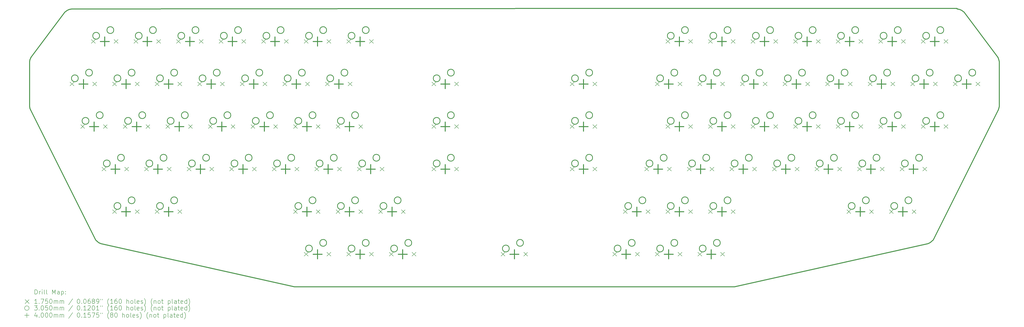
<source format=gbr>
%TF.GenerationSoftware,KiCad,Pcbnew,8.0.9*%
%TF.CreationDate,2025-09-29T16:44:46-07:00*%
%TF.ProjectId,keyboard,6b657962-6f61-4726-942e-6b696361645f,v0.0.0-alpha*%
%TF.SameCoordinates,Original*%
%TF.FileFunction,Drillmap*%
%TF.FilePolarity,Positive*%
%FSLAX45Y45*%
G04 Gerber Fmt 4.5, Leading zero omitted, Abs format (unit mm)*
G04 Created by KiCad (PCBNEW 8.0.9) date 2025-09-29 16:44:46*
%MOMM*%
%LPD*%
G01*
G04 APERTURE LIST*
%ADD10C,0.400000*%
%ADD11C,0.200000*%
%ADD12C,0.175000*%
%ADD13C,0.305000*%
G04 APERTURE END LIST*
D10*
X49349914Y-12977761D02*
X49349914Y-13002761D01*
X39326782Y-25443585D02*
X33536296Y-25443585D01*
X7920508Y-15134460D02*
X7889415Y-15189006D01*
X19745810Y-25443585D02*
X25536296Y-25443585D01*
X48001633Y-23521957D02*
X39381177Y-25437614D01*
X7889415Y-15189006D02*
X7876228Y-15220843D01*
X9408430Y-13150565D02*
X7920508Y-15134460D01*
X48282591Y-23341346D02*
X48150483Y-23464398D01*
X7837759Y-17367417D02*
X7856972Y-17464012D01*
X51191795Y-17521533D02*
X51184428Y-17537673D01*
X7837759Y-15363929D02*
X7837759Y-17367417D01*
X11029445Y-23508857D02*
X11070958Y-23521957D01*
X49349914Y-12977761D02*
X33525000Y-12975000D01*
X51183176Y-15189006D02*
X51196363Y-15220843D01*
X33536296Y-25443585D02*
X25536296Y-25443585D01*
X51234833Y-15363929D02*
X51234833Y-17367417D01*
X33525000Y-12975000D02*
X25537548Y-12987500D01*
X7876228Y-17510504D02*
X7880797Y-17521533D01*
X9579590Y-13041231D02*
X9514648Y-13068130D01*
X48150483Y-23464398D02*
X48064251Y-23500115D01*
X7856972Y-17464012D02*
X7876228Y-17510504D01*
X49493001Y-13041231D02*
X49557944Y-13068130D01*
X7888163Y-17537673D02*
X10790000Y-23341346D01*
X51196363Y-15220843D02*
X51215619Y-15267334D01*
X48043146Y-23508857D02*
X48001633Y-23521957D01*
X51152083Y-15134460D02*
X51183176Y-15189006D01*
X49557944Y-13068130D02*
X49664162Y-13150565D01*
X11008340Y-23500115D02*
X11029445Y-23508857D01*
X9514648Y-13068130D02*
X9408430Y-13150565D01*
X51234833Y-17367417D02*
X51215619Y-17464012D01*
X9626082Y-13021974D02*
X9579590Y-13041231D01*
X39381177Y-25437614D02*
X39326782Y-25443585D01*
X49349914Y-13002761D02*
X49446510Y-13021974D01*
X9722677Y-13002761D02*
X25537548Y-12987500D01*
X11070958Y-23521957D02*
X19691415Y-25437614D01*
X51215619Y-17464012D02*
X51196363Y-17510504D01*
X10922109Y-23464398D02*
X11008340Y-23500115D01*
X48064251Y-23500115D02*
X48043146Y-23508857D01*
X51215619Y-15267334D02*
X51234833Y-15363929D01*
X51184428Y-17537673D02*
X48282591Y-23341346D01*
X49664162Y-13150565D02*
X51152083Y-15134460D01*
X7876228Y-15220843D02*
X7856972Y-15267334D01*
X51196363Y-17510504D02*
X51191795Y-17521533D01*
X7856972Y-15267334D02*
X7837759Y-15363929D01*
X49446510Y-13021974D02*
X49493001Y-13041231D01*
X7880797Y-17521533D02*
X7888163Y-17537673D01*
X9722677Y-13002761D02*
X9626082Y-13021974D01*
X19691415Y-25437614D02*
X19745810Y-25443585D01*
X10790000Y-23341346D02*
X10922109Y-23464398D01*
D11*
D12*
X9652670Y-16278170D02*
X9827670Y-16453170D01*
X9827670Y-16278170D02*
X9652670Y-16453170D01*
X10128920Y-18183170D02*
X10303920Y-18358170D01*
X10303920Y-18183170D02*
X10128920Y-18358170D01*
X10605170Y-14373170D02*
X10780170Y-14548170D01*
X10780170Y-14373170D02*
X10605170Y-14548170D01*
X10668670Y-16278170D02*
X10843670Y-16453170D01*
X10843670Y-16278170D02*
X10668670Y-16453170D01*
X11081420Y-20088170D02*
X11256420Y-20263170D01*
X11256420Y-20088170D02*
X11081420Y-20263170D01*
X11144920Y-18183170D02*
X11319920Y-18358170D01*
X11319920Y-18183170D02*
X11144920Y-18358170D01*
X11557670Y-16278170D02*
X11732670Y-16453170D01*
X11732670Y-16278170D02*
X11557670Y-16453170D01*
X11557670Y-21993170D02*
X11732670Y-22168170D01*
X11732670Y-21993170D02*
X11557670Y-22168170D01*
X11621170Y-14373170D02*
X11796170Y-14548170D01*
X11796170Y-14373170D02*
X11621170Y-14548170D01*
X12033920Y-18183170D02*
X12208920Y-18358170D01*
X12208920Y-18183170D02*
X12033920Y-18358170D01*
X12097420Y-20088170D02*
X12272420Y-20263170D01*
X12272420Y-20088170D02*
X12097420Y-20263170D01*
X12510170Y-14373170D02*
X12685170Y-14548170D01*
X12685170Y-14373170D02*
X12510170Y-14548170D01*
X12573670Y-16278170D02*
X12748670Y-16453170D01*
X12748670Y-16278170D02*
X12573670Y-16453170D01*
X12573670Y-21993170D02*
X12748670Y-22168170D01*
X12748670Y-21993170D02*
X12573670Y-22168170D01*
X12986420Y-20088170D02*
X13161420Y-20263170D01*
X13161420Y-20088170D02*
X12986420Y-20263170D01*
X13049920Y-18183170D02*
X13224920Y-18358170D01*
X13224920Y-18183170D02*
X13049920Y-18358170D01*
X13462670Y-16278170D02*
X13637670Y-16453170D01*
X13637670Y-16278170D02*
X13462670Y-16453170D01*
X13462670Y-21993170D02*
X13637670Y-22168170D01*
X13637670Y-21993170D02*
X13462670Y-22168170D01*
X13526170Y-14373170D02*
X13701170Y-14548170D01*
X13701170Y-14373170D02*
X13526170Y-14548170D01*
X13938920Y-18183170D02*
X14113920Y-18358170D01*
X14113920Y-18183170D02*
X13938920Y-18358170D01*
X14002420Y-20088170D02*
X14177420Y-20263170D01*
X14177420Y-20088170D02*
X14002420Y-20263170D01*
X14415170Y-14373170D02*
X14590170Y-14548170D01*
X14590170Y-14373170D02*
X14415170Y-14548170D01*
X14478670Y-16278170D02*
X14653670Y-16453170D01*
X14653670Y-16278170D02*
X14478670Y-16453170D01*
X14478670Y-21993170D02*
X14653670Y-22168170D01*
X14653670Y-21993170D02*
X14478670Y-22168170D01*
X14891420Y-20088170D02*
X15066420Y-20263170D01*
X15066420Y-20088170D02*
X14891420Y-20263170D01*
X14954920Y-18183170D02*
X15129920Y-18358170D01*
X15129920Y-18183170D02*
X14954920Y-18358170D01*
X15367670Y-16278170D02*
X15542670Y-16453170D01*
X15542670Y-16278170D02*
X15367670Y-16453170D01*
X15431170Y-14373170D02*
X15606170Y-14548170D01*
X15606170Y-14373170D02*
X15431170Y-14548170D01*
X15843920Y-18183170D02*
X16018920Y-18358170D01*
X16018920Y-18183170D02*
X15843920Y-18358170D01*
X15907420Y-20088170D02*
X16082420Y-20263170D01*
X16082420Y-20088170D02*
X15907420Y-20263170D01*
X16320170Y-14373170D02*
X16495170Y-14548170D01*
X16495170Y-14373170D02*
X16320170Y-14548170D01*
X16383670Y-16278170D02*
X16558670Y-16453170D01*
X16558670Y-16278170D02*
X16383670Y-16453170D01*
X16796420Y-20088170D02*
X16971420Y-20263170D01*
X16971420Y-20088170D02*
X16796420Y-20263170D01*
X16859920Y-18183170D02*
X17034920Y-18358170D01*
X17034920Y-18183170D02*
X16859920Y-18358170D01*
X17272670Y-16278170D02*
X17447670Y-16453170D01*
X17447670Y-16278170D02*
X17272670Y-16453170D01*
X17336170Y-14373170D02*
X17511170Y-14548170D01*
X17511170Y-14373170D02*
X17336170Y-14548170D01*
X17748920Y-18183170D02*
X17923920Y-18358170D01*
X17923920Y-18183170D02*
X17748920Y-18358170D01*
X17812420Y-20088170D02*
X17987420Y-20263170D01*
X17987420Y-20088170D02*
X17812420Y-20263170D01*
X18225170Y-14373170D02*
X18400170Y-14548170D01*
X18400170Y-14373170D02*
X18225170Y-14548170D01*
X18288670Y-16278170D02*
X18463670Y-16453170D01*
X18463670Y-16278170D02*
X18288670Y-16453170D01*
X18701420Y-20088170D02*
X18876420Y-20263170D01*
X18876420Y-20088170D02*
X18701420Y-20263170D01*
X18764920Y-18183170D02*
X18939920Y-18358170D01*
X18939920Y-18183170D02*
X18764920Y-18358170D01*
X19177670Y-16278170D02*
X19352670Y-16453170D01*
X19352670Y-16278170D02*
X19177670Y-16453170D01*
X19241170Y-14373170D02*
X19416170Y-14548170D01*
X19416170Y-14373170D02*
X19241170Y-14548170D01*
X19653920Y-18183170D02*
X19828920Y-18358170D01*
X19828920Y-18183170D02*
X19653920Y-18358170D01*
X19653920Y-21993170D02*
X19828920Y-22168170D01*
X19828920Y-21993170D02*
X19653920Y-22168170D01*
X19717420Y-20088170D02*
X19892420Y-20263170D01*
X19892420Y-20088170D02*
X19717420Y-20263170D01*
X20130170Y-14373170D02*
X20305170Y-14548170D01*
X20305170Y-14373170D02*
X20130170Y-14548170D01*
X20130170Y-23898170D02*
X20305170Y-24073170D01*
X20305170Y-23898170D02*
X20130170Y-24073170D01*
X20193670Y-16278170D02*
X20368670Y-16453170D01*
X20368670Y-16278170D02*
X20193670Y-16453170D01*
X20606420Y-20088170D02*
X20781420Y-20263170D01*
X20781420Y-20088170D02*
X20606420Y-20263170D01*
X20669920Y-18183170D02*
X20844920Y-18358170D01*
X20844920Y-18183170D02*
X20669920Y-18358170D01*
X20669920Y-21993170D02*
X20844920Y-22168170D01*
X20844920Y-21993170D02*
X20669920Y-22168170D01*
X21082670Y-16278170D02*
X21257670Y-16453170D01*
X21257670Y-16278170D02*
X21082670Y-16453170D01*
X21146170Y-14373170D02*
X21321170Y-14548170D01*
X21321170Y-14373170D02*
X21146170Y-14548170D01*
X21146170Y-23898170D02*
X21321170Y-24073170D01*
X21321170Y-23898170D02*
X21146170Y-24073170D01*
X21558920Y-18183170D02*
X21733920Y-18358170D01*
X21733920Y-18183170D02*
X21558920Y-18358170D01*
X21558920Y-21993170D02*
X21733920Y-22168170D01*
X21733920Y-21993170D02*
X21558920Y-22168170D01*
X21622420Y-20088170D02*
X21797420Y-20263170D01*
X21797420Y-20088170D02*
X21622420Y-20263170D01*
X22035170Y-14373170D02*
X22210170Y-14548170D01*
X22210170Y-14373170D02*
X22035170Y-14548170D01*
X22035170Y-23898170D02*
X22210170Y-24073170D01*
X22210170Y-23898170D02*
X22035170Y-24073170D01*
X22098670Y-16278170D02*
X22273670Y-16453170D01*
X22273670Y-16278170D02*
X22098670Y-16453170D01*
X22511420Y-20088170D02*
X22686420Y-20263170D01*
X22686420Y-20088170D02*
X22511420Y-20263170D01*
X22574920Y-18183170D02*
X22749920Y-18358170D01*
X22749920Y-18183170D02*
X22574920Y-18358170D01*
X22574920Y-21993170D02*
X22749920Y-22168170D01*
X22749920Y-21993170D02*
X22574920Y-22168170D01*
X23051170Y-14373170D02*
X23226170Y-14548170D01*
X23226170Y-14373170D02*
X23051170Y-14548170D01*
X23051170Y-23898170D02*
X23226170Y-24073170D01*
X23226170Y-23898170D02*
X23051170Y-24073170D01*
X23463920Y-21993170D02*
X23638920Y-22168170D01*
X23638920Y-21993170D02*
X23463920Y-22168170D01*
X23527420Y-20088170D02*
X23702420Y-20263170D01*
X23702420Y-20088170D02*
X23527420Y-20263170D01*
X23940170Y-23898170D02*
X24115170Y-24073170D01*
X24115170Y-23898170D02*
X23940170Y-24073170D01*
X24479920Y-21993170D02*
X24654920Y-22168170D01*
X24654920Y-21993170D02*
X24479920Y-22168170D01*
X24956170Y-23898170D02*
X25131170Y-24073170D01*
X25131170Y-23898170D02*
X24956170Y-24073170D01*
X25845170Y-16278170D02*
X26020170Y-16453170D01*
X26020170Y-16278170D02*
X25845170Y-16453170D01*
X25845170Y-18183170D02*
X26020170Y-18358170D01*
X26020170Y-18183170D02*
X25845170Y-18358170D01*
X25845170Y-20088170D02*
X26020170Y-20263170D01*
X26020170Y-20088170D02*
X25845170Y-20263170D01*
X26861170Y-16278170D02*
X27036170Y-16453170D01*
X27036170Y-16278170D02*
X26861170Y-16453170D01*
X26861170Y-18183170D02*
X27036170Y-18358170D01*
X27036170Y-18183170D02*
X26861170Y-18358170D01*
X26861170Y-20088170D02*
X27036170Y-20263170D01*
X27036170Y-20088170D02*
X26861170Y-20263170D01*
X28940800Y-23898170D02*
X29115800Y-24073170D01*
X29115800Y-23898170D02*
X28940800Y-24073170D01*
X29956800Y-23898170D02*
X30131800Y-24073170D01*
X30131800Y-23898170D02*
X29956800Y-24073170D01*
X32036420Y-16278170D02*
X32211420Y-16453170D01*
X32211420Y-16278170D02*
X32036420Y-16453170D01*
X32036420Y-18183170D02*
X32211420Y-18358170D01*
X32211420Y-18183170D02*
X32036420Y-18358170D01*
X32036420Y-20088170D02*
X32211420Y-20263170D01*
X32211420Y-20088170D02*
X32036420Y-20263170D01*
X33052420Y-16278170D02*
X33227420Y-16453170D01*
X33227420Y-16278170D02*
X33052420Y-16453170D01*
X33052420Y-18183170D02*
X33227420Y-18358170D01*
X33227420Y-18183170D02*
X33052420Y-18358170D01*
X33052420Y-20088170D02*
X33227420Y-20263170D01*
X33227420Y-20088170D02*
X33052420Y-20263170D01*
X33941420Y-23898170D02*
X34116420Y-24073170D01*
X34116420Y-23898170D02*
X33941420Y-24073170D01*
X34417670Y-21993170D02*
X34592670Y-22168170D01*
X34592670Y-21993170D02*
X34417670Y-22168170D01*
X34957420Y-23898170D02*
X35132420Y-24073170D01*
X35132420Y-23898170D02*
X34957420Y-24073170D01*
X35370170Y-20088170D02*
X35545170Y-20263170D01*
X35545170Y-20088170D02*
X35370170Y-20263170D01*
X35433670Y-21993170D02*
X35608670Y-22168170D01*
X35608670Y-21993170D02*
X35433670Y-22168170D01*
X35846420Y-16278170D02*
X36021420Y-16453170D01*
X36021420Y-16278170D02*
X35846420Y-16453170D01*
X35846420Y-23898170D02*
X36021420Y-24073170D01*
X36021420Y-23898170D02*
X35846420Y-24073170D01*
X36322670Y-14373170D02*
X36497670Y-14548170D01*
X36497670Y-14373170D02*
X36322670Y-14548170D01*
X36322670Y-18183170D02*
X36497670Y-18358170D01*
X36497670Y-18183170D02*
X36322670Y-18358170D01*
X36322670Y-21993170D02*
X36497670Y-22168170D01*
X36497670Y-21993170D02*
X36322670Y-22168170D01*
X36386170Y-20088170D02*
X36561170Y-20263170D01*
X36561170Y-20088170D02*
X36386170Y-20263170D01*
X36862420Y-16278170D02*
X37037420Y-16453170D01*
X37037420Y-16278170D02*
X36862420Y-16453170D01*
X36862420Y-23898170D02*
X37037420Y-24073170D01*
X37037420Y-23898170D02*
X36862420Y-24073170D01*
X37275170Y-20088170D02*
X37450170Y-20263170D01*
X37450170Y-20088170D02*
X37275170Y-20263170D01*
X37338670Y-14373170D02*
X37513670Y-14548170D01*
X37513670Y-14373170D02*
X37338670Y-14548170D01*
X37338670Y-18183170D02*
X37513670Y-18358170D01*
X37513670Y-18183170D02*
X37338670Y-18358170D01*
X37338670Y-21993170D02*
X37513670Y-22168170D01*
X37513670Y-21993170D02*
X37338670Y-22168170D01*
X37751420Y-16278170D02*
X37926420Y-16453170D01*
X37926420Y-16278170D02*
X37751420Y-16453170D01*
X37751420Y-23898170D02*
X37926420Y-24073170D01*
X37926420Y-23898170D02*
X37751420Y-24073170D01*
X38227670Y-14373170D02*
X38402670Y-14548170D01*
X38402670Y-14373170D02*
X38227670Y-14548170D01*
X38227670Y-18183170D02*
X38402670Y-18358170D01*
X38402670Y-18183170D02*
X38227670Y-18358170D01*
X38227670Y-21993170D02*
X38402670Y-22168170D01*
X38402670Y-21993170D02*
X38227670Y-22168170D01*
X38291170Y-20088170D02*
X38466170Y-20263170D01*
X38466170Y-20088170D02*
X38291170Y-20263170D01*
X38767420Y-16278170D02*
X38942420Y-16453170D01*
X38942420Y-16278170D02*
X38767420Y-16453170D01*
X38767420Y-23898170D02*
X38942420Y-24073170D01*
X38942420Y-23898170D02*
X38767420Y-24073170D01*
X39180170Y-20088170D02*
X39355170Y-20263170D01*
X39355170Y-20088170D02*
X39180170Y-20263170D01*
X39243670Y-14373170D02*
X39418670Y-14548170D01*
X39418670Y-14373170D02*
X39243670Y-14548170D01*
X39243670Y-18183170D02*
X39418670Y-18358170D01*
X39418670Y-18183170D02*
X39243670Y-18358170D01*
X39243670Y-21993170D02*
X39418670Y-22168170D01*
X39418670Y-21993170D02*
X39243670Y-22168170D01*
X39656420Y-16278170D02*
X39831420Y-16453170D01*
X39831420Y-16278170D02*
X39656420Y-16453170D01*
X40132670Y-14373170D02*
X40307670Y-14548170D01*
X40307670Y-14373170D02*
X40132670Y-14548170D01*
X40132670Y-18183170D02*
X40307670Y-18358170D01*
X40307670Y-18183170D02*
X40132670Y-18358170D01*
X40196170Y-20088170D02*
X40371170Y-20263170D01*
X40371170Y-20088170D02*
X40196170Y-20263170D01*
X40672420Y-16278170D02*
X40847420Y-16453170D01*
X40847420Y-16278170D02*
X40672420Y-16453170D01*
X41085170Y-20088170D02*
X41260170Y-20263170D01*
X41260170Y-20088170D02*
X41085170Y-20263170D01*
X41148670Y-14373170D02*
X41323670Y-14548170D01*
X41323670Y-14373170D02*
X41148670Y-14548170D01*
X41148670Y-18183170D02*
X41323670Y-18358170D01*
X41323670Y-18183170D02*
X41148670Y-18358170D01*
X41561420Y-16278170D02*
X41736420Y-16453170D01*
X41736420Y-16278170D02*
X41561420Y-16453170D01*
X42037670Y-14373170D02*
X42212670Y-14548170D01*
X42212670Y-14373170D02*
X42037670Y-14548170D01*
X42037670Y-18183170D02*
X42212670Y-18358170D01*
X42212670Y-18183170D02*
X42037670Y-18358170D01*
X42101170Y-20088170D02*
X42276170Y-20263170D01*
X42276170Y-20088170D02*
X42101170Y-20263170D01*
X42577420Y-16278170D02*
X42752420Y-16453170D01*
X42752420Y-16278170D02*
X42577420Y-16453170D01*
X42990170Y-20088170D02*
X43165170Y-20263170D01*
X43165170Y-20088170D02*
X42990170Y-20263170D01*
X43053670Y-14373170D02*
X43228670Y-14548170D01*
X43228670Y-14373170D02*
X43053670Y-14548170D01*
X43053670Y-18183170D02*
X43228670Y-18358170D01*
X43228670Y-18183170D02*
X43053670Y-18358170D01*
X43466420Y-16278170D02*
X43641420Y-16453170D01*
X43641420Y-16278170D02*
X43466420Y-16453170D01*
X43942670Y-14373170D02*
X44117670Y-14548170D01*
X44117670Y-14373170D02*
X43942670Y-14548170D01*
X43942670Y-18183170D02*
X44117670Y-18358170D01*
X44117670Y-18183170D02*
X43942670Y-18358170D01*
X44006170Y-20088170D02*
X44181170Y-20263170D01*
X44181170Y-20088170D02*
X44006170Y-20263170D01*
X44418920Y-21993170D02*
X44593920Y-22168170D01*
X44593920Y-21993170D02*
X44418920Y-22168170D01*
X44482420Y-16278170D02*
X44657420Y-16453170D01*
X44657420Y-16278170D02*
X44482420Y-16453170D01*
X44895170Y-20088170D02*
X45070170Y-20263170D01*
X45070170Y-20088170D02*
X44895170Y-20263170D01*
X44958670Y-14373170D02*
X45133670Y-14548170D01*
X45133670Y-14373170D02*
X44958670Y-14548170D01*
X44958670Y-18183170D02*
X45133670Y-18358170D01*
X45133670Y-18183170D02*
X44958670Y-18358170D01*
X45371420Y-16278170D02*
X45546420Y-16453170D01*
X45546420Y-16278170D02*
X45371420Y-16453170D01*
X45434920Y-21993170D02*
X45609920Y-22168170D01*
X45609920Y-21993170D02*
X45434920Y-22168170D01*
X45847670Y-14373170D02*
X46022670Y-14548170D01*
X46022670Y-14373170D02*
X45847670Y-14548170D01*
X45847670Y-18183170D02*
X46022670Y-18358170D01*
X46022670Y-18183170D02*
X45847670Y-18358170D01*
X45911170Y-20088170D02*
X46086170Y-20263170D01*
X46086170Y-20088170D02*
X45911170Y-20263170D01*
X46323920Y-21993170D02*
X46498920Y-22168170D01*
X46498920Y-21993170D02*
X46323920Y-22168170D01*
X46387420Y-16278170D02*
X46562420Y-16453170D01*
X46562420Y-16278170D02*
X46387420Y-16453170D01*
X46800170Y-20088170D02*
X46975170Y-20263170D01*
X46975170Y-20088170D02*
X46800170Y-20263170D01*
X46863670Y-14373170D02*
X47038670Y-14548170D01*
X47038670Y-14373170D02*
X46863670Y-14548170D01*
X46863670Y-18183170D02*
X47038670Y-18358170D01*
X47038670Y-18183170D02*
X46863670Y-18358170D01*
X47276420Y-16278170D02*
X47451420Y-16453170D01*
X47451420Y-16278170D02*
X47276420Y-16453170D01*
X47339920Y-21993170D02*
X47514920Y-22168170D01*
X47514920Y-21993170D02*
X47339920Y-22168170D01*
X47752670Y-14373170D02*
X47927670Y-14548170D01*
X47927670Y-14373170D02*
X47752670Y-14548170D01*
X47752670Y-18183170D02*
X47927670Y-18358170D01*
X47927670Y-18183170D02*
X47752670Y-18358170D01*
X47816170Y-20088170D02*
X47991170Y-20263170D01*
X47991170Y-20088170D02*
X47816170Y-20263170D01*
X48292420Y-16278170D02*
X48467420Y-16453170D01*
X48467420Y-16278170D02*
X48292420Y-16453170D01*
X48768670Y-14373170D02*
X48943670Y-14548170D01*
X48943670Y-14373170D02*
X48768670Y-14548170D01*
X48768670Y-18183170D02*
X48943670Y-18358170D01*
X48943670Y-18183170D02*
X48768670Y-18358170D01*
X49181420Y-16278170D02*
X49356420Y-16453170D01*
X49356420Y-16278170D02*
X49181420Y-16453170D01*
X50197420Y-16278170D02*
X50372420Y-16453170D01*
X50372420Y-16278170D02*
X50197420Y-16453170D01*
D13*
X10019670Y-16111670D02*
G75*
G02*
X9714670Y-16111670I-152500J0D01*
G01*
X9714670Y-16111670D02*
G75*
G02*
X10019670Y-16111670I152500J0D01*
G01*
X10495920Y-18016670D02*
G75*
G02*
X10190920Y-18016670I-152500J0D01*
G01*
X10190920Y-18016670D02*
G75*
G02*
X10495920Y-18016670I152500J0D01*
G01*
X10654670Y-15857670D02*
G75*
G02*
X10349670Y-15857670I-152500J0D01*
G01*
X10349670Y-15857670D02*
G75*
G02*
X10654670Y-15857670I152500J0D01*
G01*
X10972170Y-14206670D02*
G75*
G02*
X10667170Y-14206670I-152500J0D01*
G01*
X10667170Y-14206670D02*
G75*
G02*
X10972170Y-14206670I152500J0D01*
G01*
X11130920Y-17762670D02*
G75*
G02*
X10825920Y-17762670I-152500J0D01*
G01*
X10825920Y-17762670D02*
G75*
G02*
X11130920Y-17762670I152500J0D01*
G01*
X11448420Y-19921670D02*
G75*
G02*
X11143420Y-19921670I-152500J0D01*
G01*
X11143420Y-19921670D02*
G75*
G02*
X11448420Y-19921670I152500J0D01*
G01*
X11607170Y-13952670D02*
G75*
G02*
X11302170Y-13952670I-152500J0D01*
G01*
X11302170Y-13952670D02*
G75*
G02*
X11607170Y-13952670I152500J0D01*
G01*
X11924670Y-16111670D02*
G75*
G02*
X11619670Y-16111670I-152500J0D01*
G01*
X11619670Y-16111670D02*
G75*
G02*
X11924670Y-16111670I152500J0D01*
G01*
X11924670Y-21826670D02*
G75*
G02*
X11619670Y-21826670I-152500J0D01*
G01*
X11619670Y-21826670D02*
G75*
G02*
X11924670Y-21826670I152500J0D01*
G01*
X12083420Y-19667670D02*
G75*
G02*
X11778420Y-19667670I-152500J0D01*
G01*
X11778420Y-19667670D02*
G75*
G02*
X12083420Y-19667670I152500J0D01*
G01*
X12400920Y-18016670D02*
G75*
G02*
X12095920Y-18016670I-152500J0D01*
G01*
X12095920Y-18016670D02*
G75*
G02*
X12400920Y-18016670I152500J0D01*
G01*
X12559670Y-15857670D02*
G75*
G02*
X12254670Y-15857670I-152500J0D01*
G01*
X12254670Y-15857670D02*
G75*
G02*
X12559670Y-15857670I152500J0D01*
G01*
X12559670Y-21572670D02*
G75*
G02*
X12254670Y-21572670I-152500J0D01*
G01*
X12254670Y-21572670D02*
G75*
G02*
X12559670Y-21572670I152500J0D01*
G01*
X12877170Y-14206670D02*
G75*
G02*
X12572170Y-14206670I-152500J0D01*
G01*
X12572170Y-14206670D02*
G75*
G02*
X12877170Y-14206670I152500J0D01*
G01*
X13035920Y-17762670D02*
G75*
G02*
X12730920Y-17762670I-152500J0D01*
G01*
X12730920Y-17762670D02*
G75*
G02*
X13035920Y-17762670I152500J0D01*
G01*
X13353420Y-19921670D02*
G75*
G02*
X13048420Y-19921670I-152500J0D01*
G01*
X13048420Y-19921670D02*
G75*
G02*
X13353420Y-19921670I152500J0D01*
G01*
X13512170Y-13952670D02*
G75*
G02*
X13207170Y-13952670I-152500J0D01*
G01*
X13207170Y-13952670D02*
G75*
G02*
X13512170Y-13952670I152500J0D01*
G01*
X13829670Y-16111670D02*
G75*
G02*
X13524670Y-16111670I-152500J0D01*
G01*
X13524670Y-16111670D02*
G75*
G02*
X13829670Y-16111670I152500J0D01*
G01*
X13829670Y-21826670D02*
G75*
G02*
X13524670Y-21826670I-152500J0D01*
G01*
X13524670Y-21826670D02*
G75*
G02*
X13829670Y-21826670I152500J0D01*
G01*
X13988420Y-19667670D02*
G75*
G02*
X13683420Y-19667670I-152500J0D01*
G01*
X13683420Y-19667670D02*
G75*
G02*
X13988420Y-19667670I152500J0D01*
G01*
X14305920Y-18016670D02*
G75*
G02*
X14000920Y-18016670I-152500J0D01*
G01*
X14000920Y-18016670D02*
G75*
G02*
X14305920Y-18016670I152500J0D01*
G01*
X14464670Y-15857670D02*
G75*
G02*
X14159670Y-15857670I-152500J0D01*
G01*
X14159670Y-15857670D02*
G75*
G02*
X14464670Y-15857670I152500J0D01*
G01*
X14464670Y-21572670D02*
G75*
G02*
X14159670Y-21572670I-152500J0D01*
G01*
X14159670Y-21572670D02*
G75*
G02*
X14464670Y-21572670I152500J0D01*
G01*
X14782170Y-14206670D02*
G75*
G02*
X14477170Y-14206670I-152500J0D01*
G01*
X14477170Y-14206670D02*
G75*
G02*
X14782170Y-14206670I152500J0D01*
G01*
X14940920Y-17762670D02*
G75*
G02*
X14635920Y-17762670I-152500J0D01*
G01*
X14635920Y-17762670D02*
G75*
G02*
X14940920Y-17762670I152500J0D01*
G01*
X15258420Y-19921670D02*
G75*
G02*
X14953420Y-19921670I-152500J0D01*
G01*
X14953420Y-19921670D02*
G75*
G02*
X15258420Y-19921670I152500J0D01*
G01*
X15417170Y-13952670D02*
G75*
G02*
X15112170Y-13952670I-152500J0D01*
G01*
X15112170Y-13952670D02*
G75*
G02*
X15417170Y-13952670I152500J0D01*
G01*
X15734670Y-16111670D02*
G75*
G02*
X15429670Y-16111670I-152500J0D01*
G01*
X15429670Y-16111670D02*
G75*
G02*
X15734670Y-16111670I152500J0D01*
G01*
X15893420Y-19667670D02*
G75*
G02*
X15588420Y-19667670I-152500J0D01*
G01*
X15588420Y-19667670D02*
G75*
G02*
X15893420Y-19667670I152500J0D01*
G01*
X16210920Y-18016670D02*
G75*
G02*
X15905920Y-18016670I-152500J0D01*
G01*
X15905920Y-18016670D02*
G75*
G02*
X16210920Y-18016670I152500J0D01*
G01*
X16369670Y-15857670D02*
G75*
G02*
X16064670Y-15857670I-152500J0D01*
G01*
X16064670Y-15857670D02*
G75*
G02*
X16369670Y-15857670I152500J0D01*
G01*
X16687170Y-14206670D02*
G75*
G02*
X16382170Y-14206670I-152500J0D01*
G01*
X16382170Y-14206670D02*
G75*
G02*
X16687170Y-14206670I152500J0D01*
G01*
X16845920Y-17762670D02*
G75*
G02*
X16540920Y-17762670I-152500J0D01*
G01*
X16540920Y-17762670D02*
G75*
G02*
X16845920Y-17762670I152500J0D01*
G01*
X17163420Y-19921670D02*
G75*
G02*
X16858420Y-19921670I-152500J0D01*
G01*
X16858420Y-19921670D02*
G75*
G02*
X17163420Y-19921670I152500J0D01*
G01*
X17322170Y-13952670D02*
G75*
G02*
X17017170Y-13952670I-152500J0D01*
G01*
X17017170Y-13952670D02*
G75*
G02*
X17322170Y-13952670I152500J0D01*
G01*
X17639670Y-16111670D02*
G75*
G02*
X17334670Y-16111670I-152500J0D01*
G01*
X17334670Y-16111670D02*
G75*
G02*
X17639670Y-16111670I152500J0D01*
G01*
X17798420Y-19667670D02*
G75*
G02*
X17493420Y-19667670I-152500J0D01*
G01*
X17493420Y-19667670D02*
G75*
G02*
X17798420Y-19667670I152500J0D01*
G01*
X18115920Y-18016670D02*
G75*
G02*
X17810920Y-18016670I-152500J0D01*
G01*
X17810920Y-18016670D02*
G75*
G02*
X18115920Y-18016670I152500J0D01*
G01*
X18274670Y-15857670D02*
G75*
G02*
X17969670Y-15857670I-152500J0D01*
G01*
X17969670Y-15857670D02*
G75*
G02*
X18274670Y-15857670I152500J0D01*
G01*
X18592170Y-14206670D02*
G75*
G02*
X18287170Y-14206670I-152500J0D01*
G01*
X18287170Y-14206670D02*
G75*
G02*
X18592170Y-14206670I152500J0D01*
G01*
X18750920Y-17762670D02*
G75*
G02*
X18445920Y-17762670I-152500J0D01*
G01*
X18445920Y-17762670D02*
G75*
G02*
X18750920Y-17762670I152500J0D01*
G01*
X19068420Y-19921670D02*
G75*
G02*
X18763420Y-19921670I-152500J0D01*
G01*
X18763420Y-19921670D02*
G75*
G02*
X19068420Y-19921670I152500J0D01*
G01*
X19227170Y-13952670D02*
G75*
G02*
X18922170Y-13952670I-152500J0D01*
G01*
X18922170Y-13952670D02*
G75*
G02*
X19227170Y-13952670I152500J0D01*
G01*
X19544670Y-16111670D02*
G75*
G02*
X19239670Y-16111670I-152500J0D01*
G01*
X19239670Y-16111670D02*
G75*
G02*
X19544670Y-16111670I152500J0D01*
G01*
X19703420Y-19667670D02*
G75*
G02*
X19398420Y-19667670I-152500J0D01*
G01*
X19398420Y-19667670D02*
G75*
G02*
X19703420Y-19667670I152500J0D01*
G01*
X20020920Y-18016670D02*
G75*
G02*
X19715920Y-18016670I-152500J0D01*
G01*
X19715920Y-18016670D02*
G75*
G02*
X20020920Y-18016670I152500J0D01*
G01*
X20020920Y-21826670D02*
G75*
G02*
X19715920Y-21826670I-152500J0D01*
G01*
X19715920Y-21826670D02*
G75*
G02*
X20020920Y-21826670I152500J0D01*
G01*
X20179670Y-15857670D02*
G75*
G02*
X19874670Y-15857670I-152500J0D01*
G01*
X19874670Y-15857670D02*
G75*
G02*
X20179670Y-15857670I152500J0D01*
G01*
X20497170Y-14206670D02*
G75*
G02*
X20192170Y-14206670I-152500J0D01*
G01*
X20192170Y-14206670D02*
G75*
G02*
X20497170Y-14206670I152500J0D01*
G01*
X20497170Y-23731670D02*
G75*
G02*
X20192170Y-23731670I-152500J0D01*
G01*
X20192170Y-23731670D02*
G75*
G02*
X20497170Y-23731670I152500J0D01*
G01*
X20655920Y-17762670D02*
G75*
G02*
X20350920Y-17762670I-152500J0D01*
G01*
X20350920Y-17762670D02*
G75*
G02*
X20655920Y-17762670I152500J0D01*
G01*
X20655920Y-21572670D02*
G75*
G02*
X20350920Y-21572670I-152500J0D01*
G01*
X20350920Y-21572670D02*
G75*
G02*
X20655920Y-21572670I152500J0D01*
G01*
X20973420Y-19921670D02*
G75*
G02*
X20668420Y-19921670I-152500J0D01*
G01*
X20668420Y-19921670D02*
G75*
G02*
X20973420Y-19921670I152500J0D01*
G01*
X21132170Y-13952670D02*
G75*
G02*
X20827170Y-13952670I-152500J0D01*
G01*
X20827170Y-13952670D02*
G75*
G02*
X21132170Y-13952670I152500J0D01*
G01*
X21132170Y-23477670D02*
G75*
G02*
X20827170Y-23477670I-152500J0D01*
G01*
X20827170Y-23477670D02*
G75*
G02*
X21132170Y-23477670I152500J0D01*
G01*
X21449670Y-16111670D02*
G75*
G02*
X21144670Y-16111670I-152500J0D01*
G01*
X21144670Y-16111670D02*
G75*
G02*
X21449670Y-16111670I152500J0D01*
G01*
X21608420Y-19667670D02*
G75*
G02*
X21303420Y-19667670I-152500J0D01*
G01*
X21303420Y-19667670D02*
G75*
G02*
X21608420Y-19667670I152500J0D01*
G01*
X21925920Y-18016670D02*
G75*
G02*
X21620920Y-18016670I-152500J0D01*
G01*
X21620920Y-18016670D02*
G75*
G02*
X21925920Y-18016670I152500J0D01*
G01*
X21925920Y-21826670D02*
G75*
G02*
X21620920Y-21826670I-152500J0D01*
G01*
X21620920Y-21826670D02*
G75*
G02*
X21925920Y-21826670I152500J0D01*
G01*
X22084670Y-15857670D02*
G75*
G02*
X21779670Y-15857670I-152500J0D01*
G01*
X21779670Y-15857670D02*
G75*
G02*
X22084670Y-15857670I152500J0D01*
G01*
X22402170Y-14206670D02*
G75*
G02*
X22097170Y-14206670I-152500J0D01*
G01*
X22097170Y-14206670D02*
G75*
G02*
X22402170Y-14206670I152500J0D01*
G01*
X22402170Y-23731670D02*
G75*
G02*
X22097170Y-23731670I-152500J0D01*
G01*
X22097170Y-23731670D02*
G75*
G02*
X22402170Y-23731670I152500J0D01*
G01*
X22560920Y-17762670D02*
G75*
G02*
X22255920Y-17762670I-152500J0D01*
G01*
X22255920Y-17762670D02*
G75*
G02*
X22560920Y-17762670I152500J0D01*
G01*
X22560920Y-21572670D02*
G75*
G02*
X22255920Y-21572670I-152500J0D01*
G01*
X22255920Y-21572670D02*
G75*
G02*
X22560920Y-21572670I152500J0D01*
G01*
X22878420Y-19921670D02*
G75*
G02*
X22573420Y-19921670I-152500J0D01*
G01*
X22573420Y-19921670D02*
G75*
G02*
X22878420Y-19921670I152500J0D01*
G01*
X23037170Y-13952670D02*
G75*
G02*
X22732170Y-13952670I-152500J0D01*
G01*
X22732170Y-13952670D02*
G75*
G02*
X23037170Y-13952670I152500J0D01*
G01*
X23037170Y-23477670D02*
G75*
G02*
X22732170Y-23477670I-152500J0D01*
G01*
X22732170Y-23477670D02*
G75*
G02*
X23037170Y-23477670I152500J0D01*
G01*
X23513420Y-19667670D02*
G75*
G02*
X23208420Y-19667670I-152500J0D01*
G01*
X23208420Y-19667670D02*
G75*
G02*
X23513420Y-19667670I152500J0D01*
G01*
X23830920Y-21826670D02*
G75*
G02*
X23525920Y-21826670I-152500J0D01*
G01*
X23525920Y-21826670D02*
G75*
G02*
X23830920Y-21826670I152500J0D01*
G01*
X24307170Y-23731670D02*
G75*
G02*
X24002170Y-23731670I-152500J0D01*
G01*
X24002170Y-23731670D02*
G75*
G02*
X24307170Y-23731670I152500J0D01*
G01*
X24465920Y-21572670D02*
G75*
G02*
X24160920Y-21572670I-152500J0D01*
G01*
X24160920Y-21572670D02*
G75*
G02*
X24465920Y-21572670I152500J0D01*
G01*
X24942170Y-23477670D02*
G75*
G02*
X24637170Y-23477670I-152500J0D01*
G01*
X24637170Y-23477670D02*
G75*
G02*
X24942170Y-23477670I152500J0D01*
G01*
X26212170Y-16111670D02*
G75*
G02*
X25907170Y-16111670I-152500J0D01*
G01*
X25907170Y-16111670D02*
G75*
G02*
X26212170Y-16111670I152500J0D01*
G01*
X26212170Y-18016670D02*
G75*
G02*
X25907170Y-18016670I-152500J0D01*
G01*
X25907170Y-18016670D02*
G75*
G02*
X26212170Y-18016670I152500J0D01*
G01*
X26212170Y-19921670D02*
G75*
G02*
X25907170Y-19921670I-152500J0D01*
G01*
X25907170Y-19921670D02*
G75*
G02*
X26212170Y-19921670I152500J0D01*
G01*
X26847170Y-15857670D02*
G75*
G02*
X26542170Y-15857670I-152500J0D01*
G01*
X26542170Y-15857670D02*
G75*
G02*
X26847170Y-15857670I152500J0D01*
G01*
X26847170Y-17762670D02*
G75*
G02*
X26542170Y-17762670I-152500J0D01*
G01*
X26542170Y-17762670D02*
G75*
G02*
X26847170Y-17762670I152500J0D01*
G01*
X26847170Y-19667670D02*
G75*
G02*
X26542170Y-19667670I-152500J0D01*
G01*
X26542170Y-19667670D02*
G75*
G02*
X26847170Y-19667670I152500J0D01*
G01*
X29307800Y-23731670D02*
G75*
G02*
X29002800Y-23731670I-152500J0D01*
G01*
X29002800Y-23731670D02*
G75*
G02*
X29307800Y-23731670I152500J0D01*
G01*
X29942800Y-23477670D02*
G75*
G02*
X29637800Y-23477670I-152500J0D01*
G01*
X29637800Y-23477670D02*
G75*
G02*
X29942800Y-23477670I152500J0D01*
G01*
X32403420Y-16111670D02*
G75*
G02*
X32098420Y-16111670I-152500J0D01*
G01*
X32098420Y-16111670D02*
G75*
G02*
X32403420Y-16111670I152500J0D01*
G01*
X32403420Y-18016670D02*
G75*
G02*
X32098420Y-18016670I-152500J0D01*
G01*
X32098420Y-18016670D02*
G75*
G02*
X32403420Y-18016670I152500J0D01*
G01*
X32403420Y-19921670D02*
G75*
G02*
X32098420Y-19921670I-152500J0D01*
G01*
X32098420Y-19921670D02*
G75*
G02*
X32403420Y-19921670I152500J0D01*
G01*
X33038420Y-15857670D02*
G75*
G02*
X32733420Y-15857670I-152500J0D01*
G01*
X32733420Y-15857670D02*
G75*
G02*
X33038420Y-15857670I152500J0D01*
G01*
X33038420Y-17762670D02*
G75*
G02*
X32733420Y-17762670I-152500J0D01*
G01*
X32733420Y-17762670D02*
G75*
G02*
X33038420Y-17762670I152500J0D01*
G01*
X33038420Y-19667670D02*
G75*
G02*
X32733420Y-19667670I-152500J0D01*
G01*
X32733420Y-19667670D02*
G75*
G02*
X33038420Y-19667670I152500J0D01*
G01*
X34308420Y-23731670D02*
G75*
G02*
X34003420Y-23731670I-152500J0D01*
G01*
X34003420Y-23731670D02*
G75*
G02*
X34308420Y-23731670I152500J0D01*
G01*
X34784670Y-21826670D02*
G75*
G02*
X34479670Y-21826670I-152500J0D01*
G01*
X34479670Y-21826670D02*
G75*
G02*
X34784670Y-21826670I152500J0D01*
G01*
X34943420Y-23477670D02*
G75*
G02*
X34638420Y-23477670I-152500J0D01*
G01*
X34638420Y-23477670D02*
G75*
G02*
X34943420Y-23477670I152500J0D01*
G01*
X35419670Y-21572670D02*
G75*
G02*
X35114670Y-21572670I-152500J0D01*
G01*
X35114670Y-21572670D02*
G75*
G02*
X35419670Y-21572670I152500J0D01*
G01*
X35737170Y-19921670D02*
G75*
G02*
X35432170Y-19921670I-152500J0D01*
G01*
X35432170Y-19921670D02*
G75*
G02*
X35737170Y-19921670I152500J0D01*
G01*
X36213420Y-16111670D02*
G75*
G02*
X35908420Y-16111670I-152500J0D01*
G01*
X35908420Y-16111670D02*
G75*
G02*
X36213420Y-16111670I152500J0D01*
G01*
X36213420Y-23731670D02*
G75*
G02*
X35908420Y-23731670I-152500J0D01*
G01*
X35908420Y-23731670D02*
G75*
G02*
X36213420Y-23731670I152500J0D01*
G01*
X36372170Y-19667670D02*
G75*
G02*
X36067170Y-19667670I-152500J0D01*
G01*
X36067170Y-19667670D02*
G75*
G02*
X36372170Y-19667670I152500J0D01*
G01*
X36689670Y-14206670D02*
G75*
G02*
X36384670Y-14206670I-152500J0D01*
G01*
X36384670Y-14206670D02*
G75*
G02*
X36689670Y-14206670I152500J0D01*
G01*
X36689670Y-18016670D02*
G75*
G02*
X36384670Y-18016670I-152500J0D01*
G01*
X36384670Y-18016670D02*
G75*
G02*
X36689670Y-18016670I152500J0D01*
G01*
X36689670Y-21826670D02*
G75*
G02*
X36384670Y-21826670I-152500J0D01*
G01*
X36384670Y-21826670D02*
G75*
G02*
X36689670Y-21826670I152500J0D01*
G01*
X36848420Y-15857670D02*
G75*
G02*
X36543420Y-15857670I-152500J0D01*
G01*
X36543420Y-15857670D02*
G75*
G02*
X36848420Y-15857670I152500J0D01*
G01*
X36848420Y-23477670D02*
G75*
G02*
X36543420Y-23477670I-152500J0D01*
G01*
X36543420Y-23477670D02*
G75*
G02*
X36848420Y-23477670I152500J0D01*
G01*
X37324670Y-13952670D02*
G75*
G02*
X37019670Y-13952670I-152500J0D01*
G01*
X37019670Y-13952670D02*
G75*
G02*
X37324670Y-13952670I152500J0D01*
G01*
X37324670Y-17762670D02*
G75*
G02*
X37019670Y-17762670I-152500J0D01*
G01*
X37019670Y-17762670D02*
G75*
G02*
X37324670Y-17762670I152500J0D01*
G01*
X37324670Y-21572670D02*
G75*
G02*
X37019670Y-21572670I-152500J0D01*
G01*
X37019670Y-21572670D02*
G75*
G02*
X37324670Y-21572670I152500J0D01*
G01*
X37642170Y-19921670D02*
G75*
G02*
X37337170Y-19921670I-152500J0D01*
G01*
X37337170Y-19921670D02*
G75*
G02*
X37642170Y-19921670I152500J0D01*
G01*
X38118420Y-16111670D02*
G75*
G02*
X37813420Y-16111670I-152500J0D01*
G01*
X37813420Y-16111670D02*
G75*
G02*
X38118420Y-16111670I152500J0D01*
G01*
X38118420Y-23731670D02*
G75*
G02*
X37813420Y-23731670I-152500J0D01*
G01*
X37813420Y-23731670D02*
G75*
G02*
X38118420Y-23731670I152500J0D01*
G01*
X38277170Y-19667670D02*
G75*
G02*
X37972170Y-19667670I-152500J0D01*
G01*
X37972170Y-19667670D02*
G75*
G02*
X38277170Y-19667670I152500J0D01*
G01*
X38594670Y-14206670D02*
G75*
G02*
X38289670Y-14206670I-152500J0D01*
G01*
X38289670Y-14206670D02*
G75*
G02*
X38594670Y-14206670I152500J0D01*
G01*
X38594670Y-18016670D02*
G75*
G02*
X38289670Y-18016670I-152500J0D01*
G01*
X38289670Y-18016670D02*
G75*
G02*
X38594670Y-18016670I152500J0D01*
G01*
X38594670Y-21826670D02*
G75*
G02*
X38289670Y-21826670I-152500J0D01*
G01*
X38289670Y-21826670D02*
G75*
G02*
X38594670Y-21826670I152500J0D01*
G01*
X38753420Y-15857670D02*
G75*
G02*
X38448420Y-15857670I-152500J0D01*
G01*
X38448420Y-15857670D02*
G75*
G02*
X38753420Y-15857670I152500J0D01*
G01*
X38753420Y-23477670D02*
G75*
G02*
X38448420Y-23477670I-152500J0D01*
G01*
X38448420Y-23477670D02*
G75*
G02*
X38753420Y-23477670I152500J0D01*
G01*
X39229670Y-13952670D02*
G75*
G02*
X38924670Y-13952670I-152500J0D01*
G01*
X38924670Y-13952670D02*
G75*
G02*
X39229670Y-13952670I152500J0D01*
G01*
X39229670Y-17762670D02*
G75*
G02*
X38924670Y-17762670I-152500J0D01*
G01*
X38924670Y-17762670D02*
G75*
G02*
X39229670Y-17762670I152500J0D01*
G01*
X39229670Y-21572670D02*
G75*
G02*
X38924670Y-21572670I-152500J0D01*
G01*
X38924670Y-21572670D02*
G75*
G02*
X39229670Y-21572670I152500J0D01*
G01*
X39547170Y-19921670D02*
G75*
G02*
X39242170Y-19921670I-152500J0D01*
G01*
X39242170Y-19921670D02*
G75*
G02*
X39547170Y-19921670I152500J0D01*
G01*
X40023420Y-16111670D02*
G75*
G02*
X39718420Y-16111670I-152500J0D01*
G01*
X39718420Y-16111670D02*
G75*
G02*
X40023420Y-16111670I152500J0D01*
G01*
X40182170Y-19667670D02*
G75*
G02*
X39877170Y-19667670I-152500J0D01*
G01*
X39877170Y-19667670D02*
G75*
G02*
X40182170Y-19667670I152500J0D01*
G01*
X40499670Y-14206670D02*
G75*
G02*
X40194670Y-14206670I-152500J0D01*
G01*
X40194670Y-14206670D02*
G75*
G02*
X40499670Y-14206670I152500J0D01*
G01*
X40499670Y-18016670D02*
G75*
G02*
X40194670Y-18016670I-152500J0D01*
G01*
X40194670Y-18016670D02*
G75*
G02*
X40499670Y-18016670I152500J0D01*
G01*
X40658420Y-15857670D02*
G75*
G02*
X40353420Y-15857670I-152500J0D01*
G01*
X40353420Y-15857670D02*
G75*
G02*
X40658420Y-15857670I152500J0D01*
G01*
X41134670Y-13952670D02*
G75*
G02*
X40829670Y-13952670I-152500J0D01*
G01*
X40829670Y-13952670D02*
G75*
G02*
X41134670Y-13952670I152500J0D01*
G01*
X41134670Y-17762670D02*
G75*
G02*
X40829670Y-17762670I-152500J0D01*
G01*
X40829670Y-17762670D02*
G75*
G02*
X41134670Y-17762670I152500J0D01*
G01*
X41452170Y-19921670D02*
G75*
G02*
X41147170Y-19921670I-152500J0D01*
G01*
X41147170Y-19921670D02*
G75*
G02*
X41452170Y-19921670I152500J0D01*
G01*
X41928420Y-16111670D02*
G75*
G02*
X41623420Y-16111670I-152500J0D01*
G01*
X41623420Y-16111670D02*
G75*
G02*
X41928420Y-16111670I152500J0D01*
G01*
X42087170Y-19667670D02*
G75*
G02*
X41782170Y-19667670I-152500J0D01*
G01*
X41782170Y-19667670D02*
G75*
G02*
X42087170Y-19667670I152500J0D01*
G01*
X42404670Y-14206670D02*
G75*
G02*
X42099670Y-14206670I-152500J0D01*
G01*
X42099670Y-14206670D02*
G75*
G02*
X42404670Y-14206670I152500J0D01*
G01*
X42404670Y-18016670D02*
G75*
G02*
X42099670Y-18016670I-152500J0D01*
G01*
X42099670Y-18016670D02*
G75*
G02*
X42404670Y-18016670I152500J0D01*
G01*
X42563420Y-15857670D02*
G75*
G02*
X42258420Y-15857670I-152500J0D01*
G01*
X42258420Y-15857670D02*
G75*
G02*
X42563420Y-15857670I152500J0D01*
G01*
X43039670Y-13952670D02*
G75*
G02*
X42734670Y-13952670I-152500J0D01*
G01*
X42734670Y-13952670D02*
G75*
G02*
X43039670Y-13952670I152500J0D01*
G01*
X43039670Y-17762670D02*
G75*
G02*
X42734670Y-17762670I-152500J0D01*
G01*
X42734670Y-17762670D02*
G75*
G02*
X43039670Y-17762670I152500J0D01*
G01*
X43357170Y-19921670D02*
G75*
G02*
X43052170Y-19921670I-152500J0D01*
G01*
X43052170Y-19921670D02*
G75*
G02*
X43357170Y-19921670I152500J0D01*
G01*
X43833420Y-16111670D02*
G75*
G02*
X43528420Y-16111670I-152500J0D01*
G01*
X43528420Y-16111670D02*
G75*
G02*
X43833420Y-16111670I152500J0D01*
G01*
X43992170Y-19667670D02*
G75*
G02*
X43687170Y-19667670I-152500J0D01*
G01*
X43687170Y-19667670D02*
G75*
G02*
X43992170Y-19667670I152500J0D01*
G01*
X44309670Y-14206670D02*
G75*
G02*
X44004670Y-14206670I-152500J0D01*
G01*
X44004670Y-14206670D02*
G75*
G02*
X44309670Y-14206670I152500J0D01*
G01*
X44309670Y-18016670D02*
G75*
G02*
X44004670Y-18016670I-152500J0D01*
G01*
X44004670Y-18016670D02*
G75*
G02*
X44309670Y-18016670I152500J0D01*
G01*
X44468420Y-15857670D02*
G75*
G02*
X44163420Y-15857670I-152500J0D01*
G01*
X44163420Y-15857670D02*
G75*
G02*
X44468420Y-15857670I152500J0D01*
G01*
X44785920Y-21826670D02*
G75*
G02*
X44480920Y-21826670I-152500J0D01*
G01*
X44480920Y-21826670D02*
G75*
G02*
X44785920Y-21826670I152500J0D01*
G01*
X44944670Y-13952670D02*
G75*
G02*
X44639670Y-13952670I-152500J0D01*
G01*
X44639670Y-13952670D02*
G75*
G02*
X44944670Y-13952670I152500J0D01*
G01*
X44944670Y-17762670D02*
G75*
G02*
X44639670Y-17762670I-152500J0D01*
G01*
X44639670Y-17762670D02*
G75*
G02*
X44944670Y-17762670I152500J0D01*
G01*
X45262170Y-19921670D02*
G75*
G02*
X44957170Y-19921670I-152500J0D01*
G01*
X44957170Y-19921670D02*
G75*
G02*
X45262170Y-19921670I152500J0D01*
G01*
X45420920Y-21572670D02*
G75*
G02*
X45115920Y-21572670I-152500J0D01*
G01*
X45115920Y-21572670D02*
G75*
G02*
X45420920Y-21572670I152500J0D01*
G01*
X45738420Y-16111670D02*
G75*
G02*
X45433420Y-16111670I-152500J0D01*
G01*
X45433420Y-16111670D02*
G75*
G02*
X45738420Y-16111670I152500J0D01*
G01*
X45897170Y-19667670D02*
G75*
G02*
X45592170Y-19667670I-152500J0D01*
G01*
X45592170Y-19667670D02*
G75*
G02*
X45897170Y-19667670I152500J0D01*
G01*
X46214670Y-14206670D02*
G75*
G02*
X45909670Y-14206670I-152500J0D01*
G01*
X45909670Y-14206670D02*
G75*
G02*
X46214670Y-14206670I152500J0D01*
G01*
X46214670Y-18016670D02*
G75*
G02*
X45909670Y-18016670I-152500J0D01*
G01*
X45909670Y-18016670D02*
G75*
G02*
X46214670Y-18016670I152500J0D01*
G01*
X46373420Y-15857670D02*
G75*
G02*
X46068420Y-15857670I-152500J0D01*
G01*
X46068420Y-15857670D02*
G75*
G02*
X46373420Y-15857670I152500J0D01*
G01*
X46690920Y-21826670D02*
G75*
G02*
X46385920Y-21826670I-152500J0D01*
G01*
X46385920Y-21826670D02*
G75*
G02*
X46690920Y-21826670I152500J0D01*
G01*
X46849670Y-13952670D02*
G75*
G02*
X46544670Y-13952670I-152500J0D01*
G01*
X46544670Y-13952670D02*
G75*
G02*
X46849670Y-13952670I152500J0D01*
G01*
X46849670Y-17762670D02*
G75*
G02*
X46544670Y-17762670I-152500J0D01*
G01*
X46544670Y-17762670D02*
G75*
G02*
X46849670Y-17762670I152500J0D01*
G01*
X47167170Y-19921670D02*
G75*
G02*
X46862170Y-19921670I-152500J0D01*
G01*
X46862170Y-19921670D02*
G75*
G02*
X47167170Y-19921670I152500J0D01*
G01*
X47325920Y-21572670D02*
G75*
G02*
X47020920Y-21572670I-152500J0D01*
G01*
X47020920Y-21572670D02*
G75*
G02*
X47325920Y-21572670I152500J0D01*
G01*
X47643420Y-16111670D02*
G75*
G02*
X47338420Y-16111670I-152500J0D01*
G01*
X47338420Y-16111670D02*
G75*
G02*
X47643420Y-16111670I152500J0D01*
G01*
X47802170Y-19667670D02*
G75*
G02*
X47497170Y-19667670I-152500J0D01*
G01*
X47497170Y-19667670D02*
G75*
G02*
X47802170Y-19667670I152500J0D01*
G01*
X48119670Y-14206670D02*
G75*
G02*
X47814670Y-14206670I-152500J0D01*
G01*
X47814670Y-14206670D02*
G75*
G02*
X48119670Y-14206670I152500J0D01*
G01*
X48119670Y-18016670D02*
G75*
G02*
X47814670Y-18016670I-152500J0D01*
G01*
X47814670Y-18016670D02*
G75*
G02*
X48119670Y-18016670I152500J0D01*
G01*
X48278420Y-15857670D02*
G75*
G02*
X47973420Y-15857670I-152500J0D01*
G01*
X47973420Y-15857670D02*
G75*
G02*
X48278420Y-15857670I152500J0D01*
G01*
X48754670Y-13952670D02*
G75*
G02*
X48449670Y-13952670I-152500J0D01*
G01*
X48449670Y-13952670D02*
G75*
G02*
X48754670Y-13952670I152500J0D01*
G01*
X48754670Y-17762670D02*
G75*
G02*
X48449670Y-17762670I-152500J0D01*
G01*
X48449670Y-17762670D02*
G75*
G02*
X48754670Y-17762670I152500J0D01*
G01*
X49548420Y-16111670D02*
G75*
G02*
X49243420Y-16111670I-152500J0D01*
G01*
X49243420Y-16111670D02*
G75*
G02*
X49548420Y-16111670I152500J0D01*
G01*
X50183420Y-15857670D02*
G75*
G02*
X49878420Y-15857670I-152500J0D01*
G01*
X49878420Y-15857670D02*
G75*
G02*
X50183420Y-15857670I152500J0D01*
G01*
D10*
X10248170Y-16165670D02*
X10248170Y-16565670D01*
X10048170Y-16365670D02*
X10448170Y-16365670D01*
X10724420Y-18070670D02*
X10724420Y-18470670D01*
X10524420Y-18270670D02*
X10924420Y-18270670D01*
X11200670Y-14260670D02*
X11200670Y-14660670D01*
X11000670Y-14460670D02*
X11400670Y-14460670D01*
X11676920Y-19975670D02*
X11676920Y-20375670D01*
X11476920Y-20175670D02*
X11876920Y-20175670D01*
X12153170Y-16165670D02*
X12153170Y-16565670D01*
X11953170Y-16365670D02*
X12353170Y-16365670D01*
X12153170Y-21880670D02*
X12153170Y-22280670D01*
X11953170Y-22080670D02*
X12353170Y-22080670D01*
X12629420Y-18070670D02*
X12629420Y-18470670D01*
X12429420Y-18270670D02*
X12829420Y-18270670D01*
X13105670Y-14260670D02*
X13105670Y-14660670D01*
X12905670Y-14460670D02*
X13305670Y-14460670D01*
X13581920Y-19975670D02*
X13581920Y-20375670D01*
X13381920Y-20175670D02*
X13781920Y-20175670D01*
X14058170Y-16165670D02*
X14058170Y-16565670D01*
X13858170Y-16365670D02*
X14258170Y-16365670D01*
X14058170Y-21880670D02*
X14058170Y-22280670D01*
X13858170Y-22080670D02*
X14258170Y-22080670D01*
X14534420Y-18070670D02*
X14534420Y-18470670D01*
X14334420Y-18270670D02*
X14734420Y-18270670D01*
X15010670Y-14260670D02*
X15010670Y-14660670D01*
X14810670Y-14460670D02*
X15210670Y-14460670D01*
X15486920Y-19975670D02*
X15486920Y-20375670D01*
X15286920Y-20175670D02*
X15686920Y-20175670D01*
X15963170Y-16165670D02*
X15963170Y-16565670D01*
X15763170Y-16365670D02*
X16163170Y-16365670D01*
X16439420Y-18070670D02*
X16439420Y-18470670D01*
X16239420Y-18270670D02*
X16639420Y-18270670D01*
X16915670Y-14260670D02*
X16915670Y-14660670D01*
X16715670Y-14460670D02*
X17115670Y-14460670D01*
X17391920Y-19975670D02*
X17391920Y-20375670D01*
X17191920Y-20175670D02*
X17591920Y-20175670D01*
X17868170Y-16165670D02*
X17868170Y-16565670D01*
X17668170Y-16365670D02*
X18068170Y-16365670D01*
X18344420Y-18070670D02*
X18344420Y-18470670D01*
X18144420Y-18270670D02*
X18544420Y-18270670D01*
X18820670Y-14260670D02*
X18820670Y-14660670D01*
X18620670Y-14460670D02*
X19020670Y-14460670D01*
X19296920Y-19975670D02*
X19296920Y-20375670D01*
X19096920Y-20175670D02*
X19496920Y-20175670D01*
X19773170Y-16165670D02*
X19773170Y-16565670D01*
X19573170Y-16365670D02*
X19973170Y-16365670D01*
X20249420Y-18070670D02*
X20249420Y-18470670D01*
X20049420Y-18270670D02*
X20449420Y-18270670D01*
X20249420Y-21880670D02*
X20249420Y-22280670D01*
X20049420Y-22080670D02*
X20449420Y-22080670D01*
X20725670Y-14260670D02*
X20725670Y-14660670D01*
X20525670Y-14460670D02*
X20925670Y-14460670D01*
X20725670Y-23785670D02*
X20725670Y-24185670D01*
X20525670Y-23985670D02*
X20925670Y-23985670D01*
X21201920Y-19975670D02*
X21201920Y-20375670D01*
X21001920Y-20175670D02*
X21401920Y-20175670D01*
X21678170Y-16165670D02*
X21678170Y-16565670D01*
X21478170Y-16365670D02*
X21878170Y-16365670D01*
X22154420Y-18070670D02*
X22154420Y-18470670D01*
X21954420Y-18270670D02*
X22354420Y-18270670D01*
X22154420Y-21880670D02*
X22154420Y-22280670D01*
X21954420Y-22080670D02*
X22354420Y-22080670D01*
X22630670Y-14260670D02*
X22630670Y-14660670D01*
X22430670Y-14460670D02*
X22830670Y-14460670D01*
X22630670Y-23785670D02*
X22630670Y-24185670D01*
X22430670Y-23985670D02*
X22830670Y-23985670D01*
X23106920Y-19975670D02*
X23106920Y-20375670D01*
X22906920Y-20175670D02*
X23306920Y-20175670D01*
X24059420Y-21880670D02*
X24059420Y-22280670D01*
X23859420Y-22080670D02*
X24259420Y-22080670D01*
X24535670Y-23785670D02*
X24535670Y-24185670D01*
X24335670Y-23985670D02*
X24735670Y-23985670D01*
X26440670Y-16165670D02*
X26440670Y-16565670D01*
X26240670Y-16365670D02*
X26640670Y-16365670D01*
X26440670Y-18070670D02*
X26440670Y-18470670D01*
X26240670Y-18270670D02*
X26640670Y-18270670D01*
X26440670Y-19975670D02*
X26440670Y-20375670D01*
X26240670Y-20175670D02*
X26640670Y-20175670D01*
X29536300Y-23785670D02*
X29536300Y-24185670D01*
X29336300Y-23985670D02*
X29736300Y-23985670D01*
X32631920Y-16165670D02*
X32631920Y-16565670D01*
X32431920Y-16365670D02*
X32831920Y-16365670D01*
X32631920Y-18070670D02*
X32631920Y-18470670D01*
X32431920Y-18270670D02*
X32831920Y-18270670D01*
X32631920Y-19975670D02*
X32631920Y-20375670D01*
X32431920Y-20175670D02*
X32831920Y-20175670D01*
X34536920Y-23785670D02*
X34536920Y-24185670D01*
X34336920Y-23985670D02*
X34736920Y-23985670D01*
X35013170Y-21880670D02*
X35013170Y-22280670D01*
X34813170Y-22080670D02*
X35213170Y-22080670D01*
X35965670Y-19975670D02*
X35965670Y-20375670D01*
X35765670Y-20175670D02*
X36165670Y-20175670D01*
X36441920Y-16165670D02*
X36441920Y-16565670D01*
X36241920Y-16365670D02*
X36641920Y-16365670D01*
X36441920Y-23785670D02*
X36441920Y-24185670D01*
X36241920Y-23985670D02*
X36641920Y-23985670D01*
X36918170Y-14260670D02*
X36918170Y-14660670D01*
X36718170Y-14460670D02*
X37118170Y-14460670D01*
X36918170Y-18070670D02*
X36918170Y-18470670D01*
X36718170Y-18270670D02*
X37118170Y-18270670D01*
X36918170Y-21880670D02*
X36918170Y-22280670D01*
X36718170Y-22080670D02*
X37118170Y-22080670D01*
X37870670Y-19975670D02*
X37870670Y-20375670D01*
X37670670Y-20175670D02*
X38070670Y-20175670D01*
X38346920Y-16165670D02*
X38346920Y-16565670D01*
X38146920Y-16365670D02*
X38546920Y-16365670D01*
X38346920Y-23785670D02*
X38346920Y-24185670D01*
X38146920Y-23985670D02*
X38546920Y-23985670D01*
X38823170Y-14260670D02*
X38823170Y-14660670D01*
X38623170Y-14460670D02*
X39023170Y-14460670D01*
X38823170Y-18070670D02*
X38823170Y-18470670D01*
X38623170Y-18270670D02*
X39023170Y-18270670D01*
X38823170Y-21880670D02*
X38823170Y-22280670D01*
X38623170Y-22080670D02*
X39023170Y-22080670D01*
X39775670Y-19975670D02*
X39775670Y-20375670D01*
X39575670Y-20175670D02*
X39975670Y-20175670D01*
X40251920Y-16165670D02*
X40251920Y-16565670D01*
X40051920Y-16365670D02*
X40451920Y-16365670D01*
X40728170Y-14260670D02*
X40728170Y-14660670D01*
X40528170Y-14460670D02*
X40928170Y-14460670D01*
X40728170Y-18070670D02*
X40728170Y-18470670D01*
X40528170Y-18270670D02*
X40928170Y-18270670D01*
X41680670Y-19975670D02*
X41680670Y-20375670D01*
X41480670Y-20175670D02*
X41880670Y-20175670D01*
X42156920Y-16165670D02*
X42156920Y-16565670D01*
X41956920Y-16365670D02*
X42356920Y-16365670D01*
X42633170Y-14260670D02*
X42633170Y-14660670D01*
X42433170Y-14460670D02*
X42833170Y-14460670D01*
X42633170Y-18070670D02*
X42633170Y-18470670D01*
X42433170Y-18270670D02*
X42833170Y-18270670D01*
X43585670Y-19975670D02*
X43585670Y-20375670D01*
X43385670Y-20175670D02*
X43785670Y-20175670D01*
X44061920Y-16165670D02*
X44061920Y-16565670D01*
X43861920Y-16365670D02*
X44261920Y-16365670D01*
X44538170Y-14260670D02*
X44538170Y-14660670D01*
X44338170Y-14460670D02*
X44738170Y-14460670D01*
X44538170Y-18070670D02*
X44538170Y-18470670D01*
X44338170Y-18270670D02*
X44738170Y-18270670D01*
X45014420Y-21880670D02*
X45014420Y-22280670D01*
X44814420Y-22080670D02*
X45214420Y-22080670D01*
X45490670Y-19975670D02*
X45490670Y-20375670D01*
X45290670Y-20175670D02*
X45690670Y-20175670D01*
X45966920Y-16165670D02*
X45966920Y-16565670D01*
X45766920Y-16365670D02*
X46166920Y-16365670D01*
X46443170Y-14260670D02*
X46443170Y-14660670D01*
X46243170Y-14460670D02*
X46643170Y-14460670D01*
X46443170Y-18070670D02*
X46443170Y-18470670D01*
X46243170Y-18270670D02*
X46643170Y-18270670D01*
X46919420Y-21880670D02*
X46919420Y-22280670D01*
X46719420Y-22080670D02*
X47119420Y-22080670D01*
X47395670Y-19975670D02*
X47395670Y-20375670D01*
X47195670Y-20175670D02*
X47595670Y-20175670D01*
X47871920Y-16165670D02*
X47871920Y-16565670D01*
X47671920Y-16365670D02*
X48071920Y-16365670D01*
X48348170Y-14260670D02*
X48348170Y-14660670D01*
X48148170Y-14460670D02*
X48548170Y-14460670D01*
X48348170Y-18070670D02*
X48348170Y-18470670D01*
X48148170Y-18270670D02*
X48548170Y-18270670D01*
X49776920Y-16165670D02*
X49776920Y-16565670D01*
X49576920Y-16365670D02*
X49976920Y-16365670D01*
D11*
X8078535Y-25775069D02*
X8078535Y-25575069D01*
X8078535Y-25575069D02*
X8126154Y-25575069D01*
X8126154Y-25575069D02*
X8154726Y-25584593D01*
X8154726Y-25584593D02*
X8173774Y-25603640D01*
X8173774Y-25603640D02*
X8183297Y-25622688D01*
X8183297Y-25622688D02*
X8192821Y-25660783D01*
X8192821Y-25660783D02*
X8192821Y-25689355D01*
X8192821Y-25689355D02*
X8183297Y-25727450D01*
X8183297Y-25727450D02*
X8173774Y-25746497D01*
X8173774Y-25746497D02*
X8154726Y-25765545D01*
X8154726Y-25765545D02*
X8126154Y-25775069D01*
X8126154Y-25775069D02*
X8078535Y-25775069D01*
X8278535Y-25775069D02*
X8278535Y-25641736D01*
X8278535Y-25679831D02*
X8288059Y-25660783D01*
X8288059Y-25660783D02*
X8297583Y-25651259D01*
X8297583Y-25651259D02*
X8316631Y-25641736D01*
X8316631Y-25641736D02*
X8335678Y-25641736D01*
X8402345Y-25775069D02*
X8402345Y-25641736D01*
X8402345Y-25575069D02*
X8392821Y-25584593D01*
X8392821Y-25584593D02*
X8402345Y-25594117D01*
X8402345Y-25594117D02*
X8411869Y-25584593D01*
X8411869Y-25584593D02*
X8402345Y-25575069D01*
X8402345Y-25575069D02*
X8402345Y-25594117D01*
X8526155Y-25775069D02*
X8507107Y-25765545D01*
X8507107Y-25765545D02*
X8497583Y-25746497D01*
X8497583Y-25746497D02*
X8497583Y-25575069D01*
X8630916Y-25775069D02*
X8611869Y-25765545D01*
X8611869Y-25765545D02*
X8602345Y-25746497D01*
X8602345Y-25746497D02*
X8602345Y-25575069D01*
X8859488Y-25775069D02*
X8859488Y-25575069D01*
X8859488Y-25575069D02*
X8926155Y-25717926D01*
X8926155Y-25717926D02*
X8992821Y-25575069D01*
X8992821Y-25575069D02*
X8992821Y-25775069D01*
X9173774Y-25775069D02*
X9173774Y-25670307D01*
X9173774Y-25670307D02*
X9164250Y-25651259D01*
X9164250Y-25651259D02*
X9145202Y-25641736D01*
X9145202Y-25641736D02*
X9107107Y-25641736D01*
X9107107Y-25641736D02*
X9088059Y-25651259D01*
X9173774Y-25765545D02*
X9154726Y-25775069D01*
X9154726Y-25775069D02*
X9107107Y-25775069D01*
X9107107Y-25775069D02*
X9088059Y-25765545D01*
X9088059Y-25765545D02*
X9078536Y-25746497D01*
X9078536Y-25746497D02*
X9078536Y-25727450D01*
X9078536Y-25727450D02*
X9088059Y-25708402D01*
X9088059Y-25708402D02*
X9107107Y-25698878D01*
X9107107Y-25698878D02*
X9154726Y-25698878D01*
X9154726Y-25698878D02*
X9173774Y-25689355D01*
X9269012Y-25641736D02*
X9269012Y-25841736D01*
X9269012Y-25651259D02*
X9288059Y-25641736D01*
X9288059Y-25641736D02*
X9326155Y-25641736D01*
X9326155Y-25641736D02*
X9345202Y-25651259D01*
X9345202Y-25651259D02*
X9354726Y-25660783D01*
X9354726Y-25660783D02*
X9364250Y-25679831D01*
X9364250Y-25679831D02*
X9364250Y-25736974D01*
X9364250Y-25736974D02*
X9354726Y-25756021D01*
X9354726Y-25756021D02*
X9345202Y-25765545D01*
X9345202Y-25765545D02*
X9326155Y-25775069D01*
X9326155Y-25775069D02*
X9288059Y-25775069D01*
X9288059Y-25775069D02*
X9269012Y-25765545D01*
X9449964Y-25756021D02*
X9459488Y-25765545D01*
X9459488Y-25765545D02*
X9449964Y-25775069D01*
X9449964Y-25775069D02*
X9440440Y-25765545D01*
X9440440Y-25765545D02*
X9449964Y-25756021D01*
X9449964Y-25756021D02*
X9449964Y-25775069D01*
X9449964Y-25651259D02*
X9459488Y-25660783D01*
X9459488Y-25660783D02*
X9449964Y-25670307D01*
X9449964Y-25670307D02*
X9440440Y-25660783D01*
X9440440Y-25660783D02*
X9449964Y-25651259D01*
X9449964Y-25651259D02*
X9449964Y-25670307D01*
D12*
X7642759Y-26016085D02*
X7817759Y-26191085D01*
X7817759Y-26016085D02*
X7642759Y-26191085D01*
D11*
X8183297Y-26195069D02*
X8069012Y-26195069D01*
X8126154Y-26195069D02*
X8126154Y-25995069D01*
X8126154Y-25995069D02*
X8107107Y-26023640D01*
X8107107Y-26023640D02*
X8088059Y-26042688D01*
X8088059Y-26042688D02*
X8069012Y-26052212D01*
X8269012Y-26176021D02*
X8278535Y-26185545D01*
X8278535Y-26185545D02*
X8269012Y-26195069D01*
X8269012Y-26195069D02*
X8259488Y-26185545D01*
X8259488Y-26185545D02*
X8269012Y-26176021D01*
X8269012Y-26176021D02*
X8269012Y-26195069D01*
X8345202Y-25995069D02*
X8478536Y-25995069D01*
X8478536Y-25995069D02*
X8392821Y-26195069D01*
X8649964Y-25995069D02*
X8554726Y-25995069D01*
X8554726Y-25995069D02*
X8545202Y-26090307D01*
X8545202Y-26090307D02*
X8554726Y-26080783D01*
X8554726Y-26080783D02*
X8573774Y-26071259D01*
X8573774Y-26071259D02*
X8621393Y-26071259D01*
X8621393Y-26071259D02*
X8640440Y-26080783D01*
X8640440Y-26080783D02*
X8649964Y-26090307D01*
X8649964Y-26090307D02*
X8659488Y-26109355D01*
X8659488Y-26109355D02*
X8659488Y-26156974D01*
X8659488Y-26156974D02*
X8649964Y-26176021D01*
X8649964Y-26176021D02*
X8640440Y-26185545D01*
X8640440Y-26185545D02*
X8621393Y-26195069D01*
X8621393Y-26195069D02*
X8573774Y-26195069D01*
X8573774Y-26195069D02*
X8554726Y-26185545D01*
X8554726Y-26185545D02*
X8545202Y-26176021D01*
X8783297Y-25995069D02*
X8802345Y-25995069D01*
X8802345Y-25995069D02*
X8821393Y-26004593D01*
X8821393Y-26004593D02*
X8830917Y-26014117D01*
X8830917Y-26014117D02*
X8840440Y-26033164D01*
X8840440Y-26033164D02*
X8849964Y-26071259D01*
X8849964Y-26071259D02*
X8849964Y-26118878D01*
X8849964Y-26118878D02*
X8840440Y-26156974D01*
X8840440Y-26156974D02*
X8830917Y-26176021D01*
X8830917Y-26176021D02*
X8821393Y-26185545D01*
X8821393Y-26185545D02*
X8802345Y-26195069D01*
X8802345Y-26195069D02*
X8783297Y-26195069D01*
X8783297Y-26195069D02*
X8764250Y-26185545D01*
X8764250Y-26185545D02*
X8754726Y-26176021D01*
X8754726Y-26176021D02*
X8745202Y-26156974D01*
X8745202Y-26156974D02*
X8735678Y-26118878D01*
X8735678Y-26118878D02*
X8735678Y-26071259D01*
X8735678Y-26071259D02*
X8745202Y-26033164D01*
X8745202Y-26033164D02*
X8754726Y-26014117D01*
X8754726Y-26014117D02*
X8764250Y-26004593D01*
X8764250Y-26004593D02*
X8783297Y-25995069D01*
X8935678Y-26195069D02*
X8935678Y-26061736D01*
X8935678Y-26080783D02*
X8945202Y-26071259D01*
X8945202Y-26071259D02*
X8964250Y-26061736D01*
X8964250Y-26061736D02*
X8992821Y-26061736D01*
X8992821Y-26061736D02*
X9011869Y-26071259D01*
X9011869Y-26071259D02*
X9021393Y-26090307D01*
X9021393Y-26090307D02*
X9021393Y-26195069D01*
X9021393Y-26090307D02*
X9030917Y-26071259D01*
X9030917Y-26071259D02*
X9049964Y-26061736D01*
X9049964Y-26061736D02*
X9078536Y-26061736D01*
X9078536Y-26061736D02*
X9097583Y-26071259D01*
X9097583Y-26071259D02*
X9107107Y-26090307D01*
X9107107Y-26090307D02*
X9107107Y-26195069D01*
X9202345Y-26195069D02*
X9202345Y-26061736D01*
X9202345Y-26080783D02*
X9211869Y-26071259D01*
X9211869Y-26071259D02*
X9230917Y-26061736D01*
X9230917Y-26061736D02*
X9259488Y-26061736D01*
X9259488Y-26061736D02*
X9278536Y-26071259D01*
X9278536Y-26071259D02*
X9288059Y-26090307D01*
X9288059Y-26090307D02*
X9288059Y-26195069D01*
X9288059Y-26090307D02*
X9297583Y-26071259D01*
X9297583Y-26071259D02*
X9316631Y-26061736D01*
X9316631Y-26061736D02*
X9345202Y-26061736D01*
X9345202Y-26061736D02*
X9364250Y-26071259D01*
X9364250Y-26071259D02*
X9373774Y-26090307D01*
X9373774Y-26090307D02*
X9373774Y-26195069D01*
X9764250Y-25985545D02*
X9592821Y-26242688D01*
X10021393Y-25995069D02*
X10040441Y-25995069D01*
X10040441Y-25995069D02*
X10059488Y-26004593D01*
X10059488Y-26004593D02*
X10069012Y-26014117D01*
X10069012Y-26014117D02*
X10078536Y-26033164D01*
X10078536Y-26033164D02*
X10088060Y-26071259D01*
X10088060Y-26071259D02*
X10088060Y-26118878D01*
X10088060Y-26118878D02*
X10078536Y-26156974D01*
X10078536Y-26156974D02*
X10069012Y-26176021D01*
X10069012Y-26176021D02*
X10059488Y-26185545D01*
X10059488Y-26185545D02*
X10040441Y-26195069D01*
X10040441Y-26195069D02*
X10021393Y-26195069D01*
X10021393Y-26195069D02*
X10002345Y-26185545D01*
X10002345Y-26185545D02*
X9992821Y-26176021D01*
X9992821Y-26176021D02*
X9983298Y-26156974D01*
X9983298Y-26156974D02*
X9973774Y-26118878D01*
X9973774Y-26118878D02*
X9973774Y-26071259D01*
X9973774Y-26071259D02*
X9983298Y-26033164D01*
X9983298Y-26033164D02*
X9992821Y-26014117D01*
X9992821Y-26014117D02*
X10002345Y-26004593D01*
X10002345Y-26004593D02*
X10021393Y-25995069D01*
X10173774Y-26176021D02*
X10183298Y-26185545D01*
X10183298Y-26185545D02*
X10173774Y-26195069D01*
X10173774Y-26195069D02*
X10164250Y-26185545D01*
X10164250Y-26185545D02*
X10173774Y-26176021D01*
X10173774Y-26176021D02*
X10173774Y-26195069D01*
X10307107Y-25995069D02*
X10326155Y-25995069D01*
X10326155Y-25995069D02*
X10345202Y-26004593D01*
X10345202Y-26004593D02*
X10354726Y-26014117D01*
X10354726Y-26014117D02*
X10364250Y-26033164D01*
X10364250Y-26033164D02*
X10373774Y-26071259D01*
X10373774Y-26071259D02*
X10373774Y-26118878D01*
X10373774Y-26118878D02*
X10364250Y-26156974D01*
X10364250Y-26156974D02*
X10354726Y-26176021D01*
X10354726Y-26176021D02*
X10345202Y-26185545D01*
X10345202Y-26185545D02*
X10326155Y-26195069D01*
X10326155Y-26195069D02*
X10307107Y-26195069D01*
X10307107Y-26195069D02*
X10288060Y-26185545D01*
X10288060Y-26185545D02*
X10278536Y-26176021D01*
X10278536Y-26176021D02*
X10269012Y-26156974D01*
X10269012Y-26156974D02*
X10259488Y-26118878D01*
X10259488Y-26118878D02*
X10259488Y-26071259D01*
X10259488Y-26071259D02*
X10269012Y-26033164D01*
X10269012Y-26033164D02*
X10278536Y-26014117D01*
X10278536Y-26014117D02*
X10288060Y-26004593D01*
X10288060Y-26004593D02*
X10307107Y-25995069D01*
X10545202Y-25995069D02*
X10507107Y-25995069D01*
X10507107Y-25995069D02*
X10488060Y-26004593D01*
X10488060Y-26004593D02*
X10478536Y-26014117D01*
X10478536Y-26014117D02*
X10459488Y-26042688D01*
X10459488Y-26042688D02*
X10449964Y-26080783D01*
X10449964Y-26080783D02*
X10449964Y-26156974D01*
X10449964Y-26156974D02*
X10459488Y-26176021D01*
X10459488Y-26176021D02*
X10469012Y-26185545D01*
X10469012Y-26185545D02*
X10488060Y-26195069D01*
X10488060Y-26195069D02*
X10526155Y-26195069D01*
X10526155Y-26195069D02*
X10545202Y-26185545D01*
X10545202Y-26185545D02*
X10554726Y-26176021D01*
X10554726Y-26176021D02*
X10564250Y-26156974D01*
X10564250Y-26156974D02*
X10564250Y-26109355D01*
X10564250Y-26109355D02*
X10554726Y-26090307D01*
X10554726Y-26090307D02*
X10545202Y-26080783D01*
X10545202Y-26080783D02*
X10526155Y-26071259D01*
X10526155Y-26071259D02*
X10488060Y-26071259D01*
X10488060Y-26071259D02*
X10469012Y-26080783D01*
X10469012Y-26080783D02*
X10459488Y-26090307D01*
X10459488Y-26090307D02*
X10449964Y-26109355D01*
X10678536Y-26080783D02*
X10659488Y-26071259D01*
X10659488Y-26071259D02*
X10649964Y-26061736D01*
X10649964Y-26061736D02*
X10640441Y-26042688D01*
X10640441Y-26042688D02*
X10640441Y-26033164D01*
X10640441Y-26033164D02*
X10649964Y-26014117D01*
X10649964Y-26014117D02*
X10659488Y-26004593D01*
X10659488Y-26004593D02*
X10678536Y-25995069D01*
X10678536Y-25995069D02*
X10716631Y-25995069D01*
X10716631Y-25995069D02*
X10735679Y-26004593D01*
X10735679Y-26004593D02*
X10745202Y-26014117D01*
X10745202Y-26014117D02*
X10754726Y-26033164D01*
X10754726Y-26033164D02*
X10754726Y-26042688D01*
X10754726Y-26042688D02*
X10745202Y-26061736D01*
X10745202Y-26061736D02*
X10735679Y-26071259D01*
X10735679Y-26071259D02*
X10716631Y-26080783D01*
X10716631Y-26080783D02*
X10678536Y-26080783D01*
X10678536Y-26080783D02*
X10659488Y-26090307D01*
X10659488Y-26090307D02*
X10649964Y-26099831D01*
X10649964Y-26099831D02*
X10640441Y-26118878D01*
X10640441Y-26118878D02*
X10640441Y-26156974D01*
X10640441Y-26156974D02*
X10649964Y-26176021D01*
X10649964Y-26176021D02*
X10659488Y-26185545D01*
X10659488Y-26185545D02*
X10678536Y-26195069D01*
X10678536Y-26195069D02*
X10716631Y-26195069D01*
X10716631Y-26195069D02*
X10735679Y-26185545D01*
X10735679Y-26185545D02*
X10745202Y-26176021D01*
X10745202Y-26176021D02*
X10754726Y-26156974D01*
X10754726Y-26156974D02*
X10754726Y-26118878D01*
X10754726Y-26118878D02*
X10745202Y-26099831D01*
X10745202Y-26099831D02*
X10735679Y-26090307D01*
X10735679Y-26090307D02*
X10716631Y-26080783D01*
X10849964Y-26195069D02*
X10888060Y-26195069D01*
X10888060Y-26195069D02*
X10907107Y-26185545D01*
X10907107Y-26185545D02*
X10916631Y-26176021D01*
X10916631Y-26176021D02*
X10935679Y-26147450D01*
X10935679Y-26147450D02*
X10945202Y-26109355D01*
X10945202Y-26109355D02*
X10945202Y-26033164D01*
X10945202Y-26033164D02*
X10935679Y-26014117D01*
X10935679Y-26014117D02*
X10926155Y-26004593D01*
X10926155Y-26004593D02*
X10907107Y-25995069D01*
X10907107Y-25995069D02*
X10869012Y-25995069D01*
X10869012Y-25995069D02*
X10849964Y-26004593D01*
X10849964Y-26004593D02*
X10840441Y-26014117D01*
X10840441Y-26014117D02*
X10830917Y-26033164D01*
X10830917Y-26033164D02*
X10830917Y-26080783D01*
X10830917Y-26080783D02*
X10840441Y-26099831D01*
X10840441Y-26099831D02*
X10849964Y-26109355D01*
X10849964Y-26109355D02*
X10869012Y-26118878D01*
X10869012Y-26118878D02*
X10907107Y-26118878D01*
X10907107Y-26118878D02*
X10926155Y-26109355D01*
X10926155Y-26109355D02*
X10935679Y-26099831D01*
X10935679Y-26099831D02*
X10945202Y-26080783D01*
X11021393Y-25995069D02*
X11021393Y-26033164D01*
X11097583Y-25995069D02*
X11097583Y-26033164D01*
X11392822Y-26271259D02*
X11383298Y-26261736D01*
X11383298Y-26261736D02*
X11364250Y-26233164D01*
X11364250Y-26233164D02*
X11354726Y-26214117D01*
X11354726Y-26214117D02*
X11345202Y-26185545D01*
X11345202Y-26185545D02*
X11335679Y-26137926D01*
X11335679Y-26137926D02*
X11335679Y-26099831D01*
X11335679Y-26099831D02*
X11345202Y-26052212D01*
X11345202Y-26052212D02*
X11354726Y-26023640D01*
X11354726Y-26023640D02*
X11364250Y-26004593D01*
X11364250Y-26004593D02*
X11383298Y-25976021D01*
X11383298Y-25976021D02*
X11392822Y-25966497D01*
X11573774Y-26195069D02*
X11459488Y-26195069D01*
X11516631Y-26195069D02*
X11516631Y-25995069D01*
X11516631Y-25995069D02*
X11497583Y-26023640D01*
X11497583Y-26023640D02*
X11478536Y-26042688D01*
X11478536Y-26042688D02*
X11459488Y-26052212D01*
X11745202Y-25995069D02*
X11707107Y-25995069D01*
X11707107Y-25995069D02*
X11688060Y-26004593D01*
X11688060Y-26004593D02*
X11678536Y-26014117D01*
X11678536Y-26014117D02*
X11659488Y-26042688D01*
X11659488Y-26042688D02*
X11649964Y-26080783D01*
X11649964Y-26080783D02*
X11649964Y-26156974D01*
X11649964Y-26156974D02*
X11659488Y-26176021D01*
X11659488Y-26176021D02*
X11669012Y-26185545D01*
X11669012Y-26185545D02*
X11688060Y-26195069D01*
X11688060Y-26195069D02*
X11726155Y-26195069D01*
X11726155Y-26195069D02*
X11745202Y-26185545D01*
X11745202Y-26185545D02*
X11754726Y-26176021D01*
X11754726Y-26176021D02*
X11764250Y-26156974D01*
X11764250Y-26156974D02*
X11764250Y-26109355D01*
X11764250Y-26109355D02*
X11754726Y-26090307D01*
X11754726Y-26090307D02*
X11745202Y-26080783D01*
X11745202Y-26080783D02*
X11726155Y-26071259D01*
X11726155Y-26071259D02*
X11688060Y-26071259D01*
X11688060Y-26071259D02*
X11669012Y-26080783D01*
X11669012Y-26080783D02*
X11659488Y-26090307D01*
X11659488Y-26090307D02*
X11649964Y-26109355D01*
X11888060Y-25995069D02*
X11907107Y-25995069D01*
X11907107Y-25995069D02*
X11926155Y-26004593D01*
X11926155Y-26004593D02*
X11935679Y-26014117D01*
X11935679Y-26014117D02*
X11945202Y-26033164D01*
X11945202Y-26033164D02*
X11954726Y-26071259D01*
X11954726Y-26071259D02*
X11954726Y-26118878D01*
X11954726Y-26118878D02*
X11945202Y-26156974D01*
X11945202Y-26156974D02*
X11935679Y-26176021D01*
X11935679Y-26176021D02*
X11926155Y-26185545D01*
X11926155Y-26185545D02*
X11907107Y-26195069D01*
X11907107Y-26195069D02*
X11888060Y-26195069D01*
X11888060Y-26195069D02*
X11869012Y-26185545D01*
X11869012Y-26185545D02*
X11859488Y-26176021D01*
X11859488Y-26176021D02*
X11849964Y-26156974D01*
X11849964Y-26156974D02*
X11840441Y-26118878D01*
X11840441Y-26118878D02*
X11840441Y-26071259D01*
X11840441Y-26071259D02*
X11849964Y-26033164D01*
X11849964Y-26033164D02*
X11859488Y-26014117D01*
X11859488Y-26014117D02*
X11869012Y-26004593D01*
X11869012Y-26004593D02*
X11888060Y-25995069D01*
X12192822Y-26195069D02*
X12192822Y-25995069D01*
X12278536Y-26195069D02*
X12278536Y-26090307D01*
X12278536Y-26090307D02*
X12269012Y-26071259D01*
X12269012Y-26071259D02*
X12249964Y-26061736D01*
X12249964Y-26061736D02*
X12221393Y-26061736D01*
X12221393Y-26061736D02*
X12202345Y-26071259D01*
X12202345Y-26071259D02*
X12192822Y-26080783D01*
X12402345Y-26195069D02*
X12383298Y-26185545D01*
X12383298Y-26185545D02*
X12373774Y-26176021D01*
X12373774Y-26176021D02*
X12364250Y-26156974D01*
X12364250Y-26156974D02*
X12364250Y-26099831D01*
X12364250Y-26099831D02*
X12373774Y-26080783D01*
X12373774Y-26080783D02*
X12383298Y-26071259D01*
X12383298Y-26071259D02*
X12402345Y-26061736D01*
X12402345Y-26061736D02*
X12430917Y-26061736D01*
X12430917Y-26061736D02*
X12449964Y-26071259D01*
X12449964Y-26071259D02*
X12459488Y-26080783D01*
X12459488Y-26080783D02*
X12469012Y-26099831D01*
X12469012Y-26099831D02*
X12469012Y-26156974D01*
X12469012Y-26156974D02*
X12459488Y-26176021D01*
X12459488Y-26176021D02*
X12449964Y-26185545D01*
X12449964Y-26185545D02*
X12430917Y-26195069D01*
X12430917Y-26195069D02*
X12402345Y-26195069D01*
X12583298Y-26195069D02*
X12564250Y-26185545D01*
X12564250Y-26185545D02*
X12554726Y-26166497D01*
X12554726Y-26166497D02*
X12554726Y-25995069D01*
X12735679Y-26185545D02*
X12716631Y-26195069D01*
X12716631Y-26195069D02*
X12678536Y-26195069D01*
X12678536Y-26195069D02*
X12659488Y-26185545D01*
X12659488Y-26185545D02*
X12649964Y-26166497D01*
X12649964Y-26166497D02*
X12649964Y-26090307D01*
X12649964Y-26090307D02*
X12659488Y-26071259D01*
X12659488Y-26071259D02*
X12678536Y-26061736D01*
X12678536Y-26061736D02*
X12716631Y-26061736D01*
X12716631Y-26061736D02*
X12735679Y-26071259D01*
X12735679Y-26071259D02*
X12745203Y-26090307D01*
X12745203Y-26090307D02*
X12745203Y-26109355D01*
X12745203Y-26109355D02*
X12649964Y-26128402D01*
X12821393Y-26185545D02*
X12840441Y-26195069D01*
X12840441Y-26195069D02*
X12878536Y-26195069D01*
X12878536Y-26195069D02*
X12897584Y-26185545D01*
X12897584Y-26185545D02*
X12907107Y-26166497D01*
X12907107Y-26166497D02*
X12907107Y-26156974D01*
X12907107Y-26156974D02*
X12897584Y-26137926D01*
X12897584Y-26137926D02*
X12878536Y-26128402D01*
X12878536Y-26128402D02*
X12849964Y-26128402D01*
X12849964Y-26128402D02*
X12830917Y-26118878D01*
X12830917Y-26118878D02*
X12821393Y-26099831D01*
X12821393Y-26099831D02*
X12821393Y-26090307D01*
X12821393Y-26090307D02*
X12830917Y-26071259D01*
X12830917Y-26071259D02*
X12849964Y-26061736D01*
X12849964Y-26061736D02*
X12878536Y-26061736D01*
X12878536Y-26061736D02*
X12897584Y-26071259D01*
X12973774Y-26271259D02*
X12983298Y-26261736D01*
X12983298Y-26261736D02*
X13002345Y-26233164D01*
X13002345Y-26233164D02*
X13011869Y-26214117D01*
X13011869Y-26214117D02*
X13021393Y-26185545D01*
X13021393Y-26185545D02*
X13030917Y-26137926D01*
X13030917Y-26137926D02*
X13030917Y-26099831D01*
X13030917Y-26099831D02*
X13021393Y-26052212D01*
X13021393Y-26052212D02*
X13011869Y-26023640D01*
X13011869Y-26023640D02*
X13002345Y-26004593D01*
X13002345Y-26004593D02*
X12983298Y-25976021D01*
X12983298Y-25976021D02*
X12973774Y-25966497D01*
X13335679Y-26271259D02*
X13326155Y-26261736D01*
X13326155Y-26261736D02*
X13307107Y-26233164D01*
X13307107Y-26233164D02*
X13297584Y-26214117D01*
X13297584Y-26214117D02*
X13288060Y-26185545D01*
X13288060Y-26185545D02*
X13278536Y-26137926D01*
X13278536Y-26137926D02*
X13278536Y-26099831D01*
X13278536Y-26099831D02*
X13288060Y-26052212D01*
X13288060Y-26052212D02*
X13297584Y-26023640D01*
X13297584Y-26023640D02*
X13307107Y-26004593D01*
X13307107Y-26004593D02*
X13326155Y-25976021D01*
X13326155Y-25976021D02*
X13335679Y-25966497D01*
X13411869Y-26061736D02*
X13411869Y-26195069D01*
X13411869Y-26080783D02*
X13421393Y-26071259D01*
X13421393Y-26071259D02*
X13440441Y-26061736D01*
X13440441Y-26061736D02*
X13469012Y-26061736D01*
X13469012Y-26061736D02*
X13488060Y-26071259D01*
X13488060Y-26071259D02*
X13497584Y-26090307D01*
X13497584Y-26090307D02*
X13497584Y-26195069D01*
X13621393Y-26195069D02*
X13602345Y-26185545D01*
X13602345Y-26185545D02*
X13592822Y-26176021D01*
X13592822Y-26176021D02*
X13583298Y-26156974D01*
X13583298Y-26156974D02*
X13583298Y-26099831D01*
X13583298Y-26099831D02*
X13592822Y-26080783D01*
X13592822Y-26080783D02*
X13602345Y-26071259D01*
X13602345Y-26071259D02*
X13621393Y-26061736D01*
X13621393Y-26061736D02*
X13649965Y-26061736D01*
X13649965Y-26061736D02*
X13669012Y-26071259D01*
X13669012Y-26071259D02*
X13678536Y-26080783D01*
X13678536Y-26080783D02*
X13688060Y-26099831D01*
X13688060Y-26099831D02*
X13688060Y-26156974D01*
X13688060Y-26156974D02*
X13678536Y-26176021D01*
X13678536Y-26176021D02*
X13669012Y-26185545D01*
X13669012Y-26185545D02*
X13649965Y-26195069D01*
X13649965Y-26195069D02*
X13621393Y-26195069D01*
X13745203Y-26061736D02*
X13821393Y-26061736D01*
X13773774Y-25995069D02*
X13773774Y-26166497D01*
X13773774Y-26166497D02*
X13783298Y-26185545D01*
X13783298Y-26185545D02*
X13802345Y-26195069D01*
X13802345Y-26195069D02*
X13821393Y-26195069D01*
X14040441Y-26061736D02*
X14040441Y-26261736D01*
X14040441Y-26071259D02*
X14059488Y-26061736D01*
X14059488Y-26061736D02*
X14097584Y-26061736D01*
X14097584Y-26061736D02*
X14116631Y-26071259D01*
X14116631Y-26071259D02*
X14126155Y-26080783D01*
X14126155Y-26080783D02*
X14135679Y-26099831D01*
X14135679Y-26099831D02*
X14135679Y-26156974D01*
X14135679Y-26156974D02*
X14126155Y-26176021D01*
X14126155Y-26176021D02*
X14116631Y-26185545D01*
X14116631Y-26185545D02*
X14097584Y-26195069D01*
X14097584Y-26195069D02*
X14059488Y-26195069D01*
X14059488Y-26195069D02*
X14040441Y-26185545D01*
X14249965Y-26195069D02*
X14230917Y-26185545D01*
X14230917Y-26185545D02*
X14221393Y-26166497D01*
X14221393Y-26166497D02*
X14221393Y-25995069D01*
X14411869Y-26195069D02*
X14411869Y-26090307D01*
X14411869Y-26090307D02*
X14402346Y-26071259D01*
X14402346Y-26071259D02*
X14383298Y-26061736D01*
X14383298Y-26061736D02*
X14345203Y-26061736D01*
X14345203Y-26061736D02*
X14326155Y-26071259D01*
X14411869Y-26185545D02*
X14392822Y-26195069D01*
X14392822Y-26195069D02*
X14345203Y-26195069D01*
X14345203Y-26195069D02*
X14326155Y-26185545D01*
X14326155Y-26185545D02*
X14316631Y-26166497D01*
X14316631Y-26166497D02*
X14316631Y-26147450D01*
X14316631Y-26147450D02*
X14326155Y-26128402D01*
X14326155Y-26128402D02*
X14345203Y-26118878D01*
X14345203Y-26118878D02*
X14392822Y-26118878D01*
X14392822Y-26118878D02*
X14411869Y-26109355D01*
X14478536Y-26061736D02*
X14554726Y-26061736D01*
X14507107Y-25995069D02*
X14507107Y-26166497D01*
X14507107Y-26166497D02*
X14516631Y-26185545D01*
X14516631Y-26185545D02*
X14535679Y-26195069D01*
X14535679Y-26195069D02*
X14554726Y-26195069D01*
X14697584Y-26185545D02*
X14678536Y-26195069D01*
X14678536Y-26195069D02*
X14640441Y-26195069D01*
X14640441Y-26195069D02*
X14621393Y-26185545D01*
X14621393Y-26185545D02*
X14611869Y-26166497D01*
X14611869Y-26166497D02*
X14611869Y-26090307D01*
X14611869Y-26090307D02*
X14621393Y-26071259D01*
X14621393Y-26071259D02*
X14640441Y-26061736D01*
X14640441Y-26061736D02*
X14678536Y-26061736D01*
X14678536Y-26061736D02*
X14697584Y-26071259D01*
X14697584Y-26071259D02*
X14707107Y-26090307D01*
X14707107Y-26090307D02*
X14707107Y-26109355D01*
X14707107Y-26109355D02*
X14611869Y-26128402D01*
X14878536Y-26195069D02*
X14878536Y-25995069D01*
X14878536Y-26185545D02*
X14859488Y-26195069D01*
X14859488Y-26195069D02*
X14821393Y-26195069D01*
X14821393Y-26195069D02*
X14802346Y-26185545D01*
X14802346Y-26185545D02*
X14792822Y-26176021D01*
X14792822Y-26176021D02*
X14783298Y-26156974D01*
X14783298Y-26156974D02*
X14783298Y-26099831D01*
X14783298Y-26099831D02*
X14792822Y-26080783D01*
X14792822Y-26080783D02*
X14802346Y-26071259D01*
X14802346Y-26071259D02*
X14821393Y-26061736D01*
X14821393Y-26061736D02*
X14859488Y-26061736D01*
X14859488Y-26061736D02*
X14878536Y-26071259D01*
X14954727Y-26271259D02*
X14964250Y-26261736D01*
X14964250Y-26261736D02*
X14983298Y-26233164D01*
X14983298Y-26233164D02*
X14992822Y-26214117D01*
X14992822Y-26214117D02*
X15002346Y-26185545D01*
X15002346Y-26185545D02*
X15011869Y-26137926D01*
X15011869Y-26137926D02*
X15011869Y-26099831D01*
X15011869Y-26099831D02*
X15002346Y-26052212D01*
X15002346Y-26052212D02*
X14992822Y-26023640D01*
X14992822Y-26023640D02*
X14983298Y-26004593D01*
X14983298Y-26004593D02*
X14964250Y-25976021D01*
X14964250Y-25976021D02*
X14954727Y-25966497D01*
X7817759Y-26398585D02*
G75*
G02*
X7617759Y-26398585I-100000J0D01*
G01*
X7617759Y-26398585D02*
G75*
G02*
X7817759Y-26398585I100000J0D01*
G01*
X8059488Y-26290069D02*
X8183297Y-26290069D01*
X8183297Y-26290069D02*
X8116631Y-26366259D01*
X8116631Y-26366259D02*
X8145202Y-26366259D01*
X8145202Y-26366259D02*
X8164250Y-26375783D01*
X8164250Y-26375783D02*
X8173774Y-26385307D01*
X8173774Y-26385307D02*
X8183297Y-26404355D01*
X8183297Y-26404355D02*
X8183297Y-26451974D01*
X8183297Y-26451974D02*
X8173774Y-26471021D01*
X8173774Y-26471021D02*
X8164250Y-26480545D01*
X8164250Y-26480545D02*
X8145202Y-26490069D01*
X8145202Y-26490069D02*
X8088059Y-26490069D01*
X8088059Y-26490069D02*
X8069012Y-26480545D01*
X8069012Y-26480545D02*
X8059488Y-26471021D01*
X8269012Y-26471021D02*
X8278535Y-26480545D01*
X8278535Y-26480545D02*
X8269012Y-26490069D01*
X8269012Y-26490069D02*
X8259488Y-26480545D01*
X8259488Y-26480545D02*
X8269012Y-26471021D01*
X8269012Y-26471021D02*
X8269012Y-26490069D01*
X8402345Y-26290069D02*
X8421393Y-26290069D01*
X8421393Y-26290069D02*
X8440440Y-26299593D01*
X8440440Y-26299593D02*
X8449964Y-26309117D01*
X8449964Y-26309117D02*
X8459488Y-26328164D01*
X8459488Y-26328164D02*
X8469012Y-26366259D01*
X8469012Y-26366259D02*
X8469012Y-26413878D01*
X8469012Y-26413878D02*
X8459488Y-26451974D01*
X8459488Y-26451974D02*
X8449964Y-26471021D01*
X8449964Y-26471021D02*
X8440440Y-26480545D01*
X8440440Y-26480545D02*
X8421393Y-26490069D01*
X8421393Y-26490069D02*
X8402345Y-26490069D01*
X8402345Y-26490069D02*
X8383297Y-26480545D01*
X8383297Y-26480545D02*
X8373774Y-26471021D01*
X8373774Y-26471021D02*
X8364250Y-26451974D01*
X8364250Y-26451974D02*
X8354726Y-26413878D01*
X8354726Y-26413878D02*
X8354726Y-26366259D01*
X8354726Y-26366259D02*
X8364250Y-26328164D01*
X8364250Y-26328164D02*
X8373774Y-26309117D01*
X8373774Y-26309117D02*
X8383297Y-26299593D01*
X8383297Y-26299593D02*
X8402345Y-26290069D01*
X8649964Y-26290069D02*
X8554726Y-26290069D01*
X8554726Y-26290069D02*
X8545202Y-26385307D01*
X8545202Y-26385307D02*
X8554726Y-26375783D01*
X8554726Y-26375783D02*
X8573774Y-26366259D01*
X8573774Y-26366259D02*
X8621393Y-26366259D01*
X8621393Y-26366259D02*
X8640440Y-26375783D01*
X8640440Y-26375783D02*
X8649964Y-26385307D01*
X8649964Y-26385307D02*
X8659488Y-26404355D01*
X8659488Y-26404355D02*
X8659488Y-26451974D01*
X8659488Y-26451974D02*
X8649964Y-26471021D01*
X8649964Y-26471021D02*
X8640440Y-26480545D01*
X8640440Y-26480545D02*
X8621393Y-26490069D01*
X8621393Y-26490069D02*
X8573774Y-26490069D01*
X8573774Y-26490069D02*
X8554726Y-26480545D01*
X8554726Y-26480545D02*
X8545202Y-26471021D01*
X8783297Y-26290069D02*
X8802345Y-26290069D01*
X8802345Y-26290069D02*
X8821393Y-26299593D01*
X8821393Y-26299593D02*
X8830917Y-26309117D01*
X8830917Y-26309117D02*
X8840440Y-26328164D01*
X8840440Y-26328164D02*
X8849964Y-26366259D01*
X8849964Y-26366259D02*
X8849964Y-26413878D01*
X8849964Y-26413878D02*
X8840440Y-26451974D01*
X8840440Y-26451974D02*
X8830917Y-26471021D01*
X8830917Y-26471021D02*
X8821393Y-26480545D01*
X8821393Y-26480545D02*
X8802345Y-26490069D01*
X8802345Y-26490069D02*
X8783297Y-26490069D01*
X8783297Y-26490069D02*
X8764250Y-26480545D01*
X8764250Y-26480545D02*
X8754726Y-26471021D01*
X8754726Y-26471021D02*
X8745202Y-26451974D01*
X8745202Y-26451974D02*
X8735678Y-26413878D01*
X8735678Y-26413878D02*
X8735678Y-26366259D01*
X8735678Y-26366259D02*
X8745202Y-26328164D01*
X8745202Y-26328164D02*
X8754726Y-26309117D01*
X8754726Y-26309117D02*
X8764250Y-26299593D01*
X8764250Y-26299593D02*
X8783297Y-26290069D01*
X8935678Y-26490069D02*
X8935678Y-26356736D01*
X8935678Y-26375783D02*
X8945202Y-26366259D01*
X8945202Y-26366259D02*
X8964250Y-26356736D01*
X8964250Y-26356736D02*
X8992821Y-26356736D01*
X8992821Y-26356736D02*
X9011869Y-26366259D01*
X9011869Y-26366259D02*
X9021393Y-26385307D01*
X9021393Y-26385307D02*
X9021393Y-26490069D01*
X9021393Y-26385307D02*
X9030917Y-26366259D01*
X9030917Y-26366259D02*
X9049964Y-26356736D01*
X9049964Y-26356736D02*
X9078536Y-26356736D01*
X9078536Y-26356736D02*
X9097583Y-26366259D01*
X9097583Y-26366259D02*
X9107107Y-26385307D01*
X9107107Y-26385307D02*
X9107107Y-26490069D01*
X9202345Y-26490069D02*
X9202345Y-26356736D01*
X9202345Y-26375783D02*
X9211869Y-26366259D01*
X9211869Y-26366259D02*
X9230917Y-26356736D01*
X9230917Y-26356736D02*
X9259488Y-26356736D01*
X9259488Y-26356736D02*
X9278536Y-26366259D01*
X9278536Y-26366259D02*
X9288059Y-26385307D01*
X9288059Y-26385307D02*
X9288059Y-26490069D01*
X9288059Y-26385307D02*
X9297583Y-26366259D01*
X9297583Y-26366259D02*
X9316631Y-26356736D01*
X9316631Y-26356736D02*
X9345202Y-26356736D01*
X9345202Y-26356736D02*
X9364250Y-26366259D01*
X9364250Y-26366259D02*
X9373774Y-26385307D01*
X9373774Y-26385307D02*
X9373774Y-26490069D01*
X9764250Y-26280545D02*
X9592821Y-26537688D01*
X10021393Y-26290069D02*
X10040441Y-26290069D01*
X10040441Y-26290069D02*
X10059488Y-26299593D01*
X10059488Y-26299593D02*
X10069012Y-26309117D01*
X10069012Y-26309117D02*
X10078536Y-26328164D01*
X10078536Y-26328164D02*
X10088060Y-26366259D01*
X10088060Y-26366259D02*
X10088060Y-26413878D01*
X10088060Y-26413878D02*
X10078536Y-26451974D01*
X10078536Y-26451974D02*
X10069012Y-26471021D01*
X10069012Y-26471021D02*
X10059488Y-26480545D01*
X10059488Y-26480545D02*
X10040441Y-26490069D01*
X10040441Y-26490069D02*
X10021393Y-26490069D01*
X10021393Y-26490069D02*
X10002345Y-26480545D01*
X10002345Y-26480545D02*
X9992821Y-26471021D01*
X9992821Y-26471021D02*
X9983298Y-26451974D01*
X9983298Y-26451974D02*
X9973774Y-26413878D01*
X9973774Y-26413878D02*
X9973774Y-26366259D01*
X9973774Y-26366259D02*
X9983298Y-26328164D01*
X9983298Y-26328164D02*
X9992821Y-26309117D01*
X9992821Y-26309117D02*
X10002345Y-26299593D01*
X10002345Y-26299593D02*
X10021393Y-26290069D01*
X10173774Y-26471021D02*
X10183298Y-26480545D01*
X10183298Y-26480545D02*
X10173774Y-26490069D01*
X10173774Y-26490069D02*
X10164250Y-26480545D01*
X10164250Y-26480545D02*
X10173774Y-26471021D01*
X10173774Y-26471021D02*
X10173774Y-26490069D01*
X10373774Y-26490069D02*
X10259488Y-26490069D01*
X10316631Y-26490069D02*
X10316631Y-26290069D01*
X10316631Y-26290069D02*
X10297583Y-26318640D01*
X10297583Y-26318640D02*
X10278536Y-26337688D01*
X10278536Y-26337688D02*
X10259488Y-26347212D01*
X10449964Y-26309117D02*
X10459488Y-26299593D01*
X10459488Y-26299593D02*
X10478536Y-26290069D01*
X10478536Y-26290069D02*
X10526155Y-26290069D01*
X10526155Y-26290069D02*
X10545202Y-26299593D01*
X10545202Y-26299593D02*
X10554726Y-26309117D01*
X10554726Y-26309117D02*
X10564250Y-26328164D01*
X10564250Y-26328164D02*
X10564250Y-26347212D01*
X10564250Y-26347212D02*
X10554726Y-26375783D01*
X10554726Y-26375783D02*
X10440441Y-26490069D01*
X10440441Y-26490069D02*
X10564250Y-26490069D01*
X10688060Y-26290069D02*
X10707107Y-26290069D01*
X10707107Y-26290069D02*
X10726155Y-26299593D01*
X10726155Y-26299593D02*
X10735679Y-26309117D01*
X10735679Y-26309117D02*
X10745202Y-26328164D01*
X10745202Y-26328164D02*
X10754726Y-26366259D01*
X10754726Y-26366259D02*
X10754726Y-26413878D01*
X10754726Y-26413878D02*
X10745202Y-26451974D01*
X10745202Y-26451974D02*
X10735679Y-26471021D01*
X10735679Y-26471021D02*
X10726155Y-26480545D01*
X10726155Y-26480545D02*
X10707107Y-26490069D01*
X10707107Y-26490069D02*
X10688060Y-26490069D01*
X10688060Y-26490069D02*
X10669012Y-26480545D01*
X10669012Y-26480545D02*
X10659488Y-26471021D01*
X10659488Y-26471021D02*
X10649964Y-26451974D01*
X10649964Y-26451974D02*
X10640441Y-26413878D01*
X10640441Y-26413878D02*
X10640441Y-26366259D01*
X10640441Y-26366259D02*
X10649964Y-26328164D01*
X10649964Y-26328164D02*
X10659488Y-26309117D01*
X10659488Y-26309117D02*
X10669012Y-26299593D01*
X10669012Y-26299593D02*
X10688060Y-26290069D01*
X10945202Y-26490069D02*
X10830917Y-26490069D01*
X10888060Y-26490069D02*
X10888060Y-26290069D01*
X10888060Y-26290069D02*
X10869012Y-26318640D01*
X10869012Y-26318640D02*
X10849964Y-26337688D01*
X10849964Y-26337688D02*
X10830917Y-26347212D01*
X11021393Y-26290069D02*
X11021393Y-26328164D01*
X11097583Y-26290069D02*
X11097583Y-26328164D01*
X11392822Y-26566259D02*
X11383298Y-26556736D01*
X11383298Y-26556736D02*
X11364250Y-26528164D01*
X11364250Y-26528164D02*
X11354726Y-26509117D01*
X11354726Y-26509117D02*
X11345202Y-26480545D01*
X11345202Y-26480545D02*
X11335679Y-26432926D01*
X11335679Y-26432926D02*
X11335679Y-26394831D01*
X11335679Y-26394831D02*
X11345202Y-26347212D01*
X11345202Y-26347212D02*
X11354726Y-26318640D01*
X11354726Y-26318640D02*
X11364250Y-26299593D01*
X11364250Y-26299593D02*
X11383298Y-26271021D01*
X11383298Y-26271021D02*
X11392822Y-26261497D01*
X11573774Y-26490069D02*
X11459488Y-26490069D01*
X11516631Y-26490069D02*
X11516631Y-26290069D01*
X11516631Y-26290069D02*
X11497583Y-26318640D01*
X11497583Y-26318640D02*
X11478536Y-26337688D01*
X11478536Y-26337688D02*
X11459488Y-26347212D01*
X11745202Y-26290069D02*
X11707107Y-26290069D01*
X11707107Y-26290069D02*
X11688060Y-26299593D01*
X11688060Y-26299593D02*
X11678536Y-26309117D01*
X11678536Y-26309117D02*
X11659488Y-26337688D01*
X11659488Y-26337688D02*
X11649964Y-26375783D01*
X11649964Y-26375783D02*
X11649964Y-26451974D01*
X11649964Y-26451974D02*
X11659488Y-26471021D01*
X11659488Y-26471021D02*
X11669012Y-26480545D01*
X11669012Y-26480545D02*
X11688060Y-26490069D01*
X11688060Y-26490069D02*
X11726155Y-26490069D01*
X11726155Y-26490069D02*
X11745202Y-26480545D01*
X11745202Y-26480545D02*
X11754726Y-26471021D01*
X11754726Y-26471021D02*
X11764250Y-26451974D01*
X11764250Y-26451974D02*
X11764250Y-26404355D01*
X11764250Y-26404355D02*
X11754726Y-26385307D01*
X11754726Y-26385307D02*
X11745202Y-26375783D01*
X11745202Y-26375783D02*
X11726155Y-26366259D01*
X11726155Y-26366259D02*
X11688060Y-26366259D01*
X11688060Y-26366259D02*
X11669012Y-26375783D01*
X11669012Y-26375783D02*
X11659488Y-26385307D01*
X11659488Y-26385307D02*
X11649964Y-26404355D01*
X11888060Y-26290069D02*
X11907107Y-26290069D01*
X11907107Y-26290069D02*
X11926155Y-26299593D01*
X11926155Y-26299593D02*
X11935679Y-26309117D01*
X11935679Y-26309117D02*
X11945202Y-26328164D01*
X11945202Y-26328164D02*
X11954726Y-26366259D01*
X11954726Y-26366259D02*
X11954726Y-26413878D01*
X11954726Y-26413878D02*
X11945202Y-26451974D01*
X11945202Y-26451974D02*
X11935679Y-26471021D01*
X11935679Y-26471021D02*
X11926155Y-26480545D01*
X11926155Y-26480545D02*
X11907107Y-26490069D01*
X11907107Y-26490069D02*
X11888060Y-26490069D01*
X11888060Y-26490069D02*
X11869012Y-26480545D01*
X11869012Y-26480545D02*
X11859488Y-26471021D01*
X11859488Y-26471021D02*
X11849964Y-26451974D01*
X11849964Y-26451974D02*
X11840441Y-26413878D01*
X11840441Y-26413878D02*
X11840441Y-26366259D01*
X11840441Y-26366259D02*
X11849964Y-26328164D01*
X11849964Y-26328164D02*
X11859488Y-26309117D01*
X11859488Y-26309117D02*
X11869012Y-26299593D01*
X11869012Y-26299593D02*
X11888060Y-26290069D01*
X12192822Y-26490069D02*
X12192822Y-26290069D01*
X12278536Y-26490069D02*
X12278536Y-26385307D01*
X12278536Y-26385307D02*
X12269012Y-26366259D01*
X12269012Y-26366259D02*
X12249964Y-26356736D01*
X12249964Y-26356736D02*
X12221393Y-26356736D01*
X12221393Y-26356736D02*
X12202345Y-26366259D01*
X12202345Y-26366259D02*
X12192822Y-26375783D01*
X12402345Y-26490069D02*
X12383298Y-26480545D01*
X12383298Y-26480545D02*
X12373774Y-26471021D01*
X12373774Y-26471021D02*
X12364250Y-26451974D01*
X12364250Y-26451974D02*
X12364250Y-26394831D01*
X12364250Y-26394831D02*
X12373774Y-26375783D01*
X12373774Y-26375783D02*
X12383298Y-26366259D01*
X12383298Y-26366259D02*
X12402345Y-26356736D01*
X12402345Y-26356736D02*
X12430917Y-26356736D01*
X12430917Y-26356736D02*
X12449964Y-26366259D01*
X12449964Y-26366259D02*
X12459488Y-26375783D01*
X12459488Y-26375783D02*
X12469012Y-26394831D01*
X12469012Y-26394831D02*
X12469012Y-26451974D01*
X12469012Y-26451974D02*
X12459488Y-26471021D01*
X12459488Y-26471021D02*
X12449964Y-26480545D01*
X12449964Y-26480545D02*
X12430917Y-26490069D01*
X12430917Y-26490069D02*
X12402345Y-26490069D01*
X12583298Y-26490069D02*
X12564250Y-26480545D01*
X12564250Y-26480545D02*
X12554726Y-26461497D01*
X12554726Y-26461497D02*
X12554726Y-26290069D01*
X12735679Y-26480545D02*
X12716631Y-26490069D01*
X12716631Y-26490069D02*
X12678536Y-26490069D01*
X12678536Y-26490069D02*
X12659488Y-26480545D01*
X12659488Y-26480545D02*
X12649964Y-26461497D01*
X12649964Y-26461497D02*
X12649964Y-26385307D01*
X12649964Y-26385307D02*
X12659488Y-26366259D01*
X12659488Y-26366259D02*
X12678536Y-26356736D01*
X12678536Y-26356736D02*
X12716631Y-26356736D01*
X12716631Y-26356736D02*
X12735679Y-26366259D01*
X12735679Y-26366259D02*
X12745203Y-26385307D01*
X12745203Y-26385307D02*
X12745203Y-26404355D01*
X12745203Y-26404355D02*
X12649964Y-26423402D01*
X12821393Y-26480545D02*
X12840441Y-26490069D01*
X12840441Y-26490069D02*
X12878536Y-26490069D01*
X12878536Y-26490069D02*
X12897584Y-26480545D01*
X12897584Y-26480545D02*
X12907107Y-26461497D01*
X12907107Y-26461497D02*
X12907107Y-26451974D01*
X12907107Y-26451974D02*
X12897584Y-26432926D01*
X12897584Y-26432926D02*
X12878536Y-26423402D01*
X12878536Y-26423402D02*
X12849964Y-26423402D01*
X12849964Y-26423402D02*
X12830917Y-26413878D01*
X12830917Y-26413878D02*
X12821393Y-26394831D01*
X12821393Y-26394831D02*
X12821393Y-26385307D01*
X12821393Y-26385307D02*
X12830917Y-26366259D01*
X12830917Y-26366259D02*
X12849964Y-26356736D01*
X12849964Y-26356736D02*
X12878536Y-26356736D01*
X12878536Y-26356736D02*
X12897584Y-26366259D01*
X12973774Y-26566259D02*
X12983298Y-26556736D01*
X12983298Y-26556736D02*
X13002345Y-26528164D01*
X13002345Y-26528164D02*
X13011869Y-26509117D01*
X13011869Y-26509117D02*
X13021393Y-26480545D01*
X13021393Y-26480545D02*
X13030917Y-26432926D01*
X13030917Y-26432926D02*
X13030917Y-26394831D01*
X13030917Y-26394831D02*
X13021393Y-26347212D01*
X13021393Y-26347212D02*
X13011869Y-26318640D01*
X13011869Y-26318640D02*
X13002345Y-26299593D01*
X13002345Y-26299593D02*
X12983298Y-26271021D01*
X12983298Y-26271021D02*
X12973774Y-26261497D01*
X13335679Y-26566259D02*
X13326155Y-26556736D01*
X13326155Y-26556736D02*
X13307107Y-26528164D01*
X13307107Y-26528164D02*
X13297584Y-26509117D01*
X13297584Y-26509117D02*
X13288060Y-26480545D01*
X13288060Y-26480545D02*
X13278536Y-26432926D01*
X13278536Y-26432926D02*
X13278536Y-26394831D01*
X13278536Y-26394831D02*
X13288060Y-26347212D01*
X13288060Y-26347212D02*
X13297584Y-26318640D01*
X13297584Y-26318640D02*
X13307107Y-26299593D01*
X13307107Y-26299593D02*
X13326155Y-26271021D01*
X13326155Y-26271021D02*
X13335679Y-26261497D01*
X13411869Y-26356736D02*
X13411869Y-26490069D01*
X13411869Y-26375783D02*
X13421393Y-26366259D01*
X13421393Y-26366259D02*
X13440441Y-26356736D01*
X13440441Y-26356736D02*
X13469012Y-26356736D01*
X13469012Y-26356736D02*
X13488060Y-26366259D01*
X13488060Y-26366259D02*
X13497584Y-26385307D01*
X13497584Y-26385307D02*
X13497584Y-26490069D01*
X13621393Y-26490069D02*
X13602345Y-26480545D01*
X13602345Y-26480545D02*
X13592822Y-26471021D01*
X13592822Y-26471021D02*
X13583298Y-26451974D01*
X13583298Y-26451974D02*
X13583298Y-26394831D01*
X13583298Y-26394831D02*
X13592822Y-26375783D01*
X13592822Y-26375783D02*
X13602345Y-26366259D01*
X13602345Y-26366259D02*
X13621393Y-26356736D01*
X13621393Y-26356736D02*
X13649965Y-26356736D01*
X13649965Y-26356736D02*
X13669012Y-26366259D01*
X13669012Y-26366259D02*
X13678536Y-26375783D01*
X13678536Y-26375783D02*
X13688060Y-26394831D01*
X13688060Y-26394831D02*
X13688060Y-26451974D01*
X13688060Y-26451974D02*
X13678536Y-26471021D01*
X13678536Y-26471021D02*
X13669012Y-26480545D01*
X13669012Y-26480545D02*
X13649965Y-26490069D01*
X13649965Y-26490069D02*
X13621393Y-26490069D01*
X13745203Y-26356736D02*
X13821393Y-26356736D01*
X13773774Y-26290069D02*
X13773774Y-26461497D01*
X13773774Y-26461497D02*
X13783298Y-26480545D01*
X13783298Y-26480545D02*
X13802345Y-26490069D01*
X13802345Y-26490069D02*
X13821393Y-26490069D01*
X14040441Y-26356736D02*
X14040441Y-26556736D01*
X14040441Y-26366259D02*
X14059488Y-26356736D01*
X14059488Y-26356736D02*
X14097584Y-26356736D01*
X14097584Y-26356736D02*
X14116631Y-26366259D01*
X14116631Y-26366259D02*
X14126155Y-26375783D01*
X14126155Y-26375783D02*
X14135679Y-26394831D01*
X14135679Y-26394831D02*
X14135679Y-26451974D01*
X14135679Y-26451974D02*
X14126155Y-26471021D01*
X14126155Y-26471021D02*
X14116631Y-26480545D01*
X14116631Y-26480545D02*
X14097584Y-26490069D01*
X14097584Y-26490069D02*
X14059488Y-26490069D01*
X14059488Y-26490069D02*
X14040441Y-26480545D01*
X14249965Y-26490069D02*
X14230917Y-26480545D01*
X14230917Y-26480545D02*
X14221393Y-26461497D01*
X14221393Y-26461497D02*
X14221393Y-26290069D01*
X14411869Y-26490069D02*
X14411869Y-26385307D01*
X14411869Y-26385307D02*
X14402346Y-26366259D01*
X14402346Y-26366259D02*
X14383298Y-26356736D01*
X14383298Y-26356736D02*
X14345203Y-26356736D01*
X14345203Y-26356736D02*
X14326155Y-26366259D01*
X14411869Y-26480545D02*
X14392822Y-26490069D01*
X14392822Y-26490069D02*
X14345203Y-26490069D01*
X14345203Y-26490069D02*
X14326155Y-26480545D01*
X14326155Y-26480545D02*
X14316631Y-26461497D01*
X14316631Y-26461497D02*
X14316631Y-26442450D01*
X14316631Y-26442450D02*
X14326155Y-26423402D01*
X14326155Y-26423402D02*
X14345203Y-26413878D01*
X14345203Y-26413878D02*
X14392822Y-26413878D01*
X14392822Y-26413878D02*
X14411869Y-26404355D01*
X14478536Y-26356736D02*
X14554726Y-26356736D01*
X14507107Y-26290069D02*
X14507107Y-26461497D01*
X14507107Y-26461497D02*
X14516631Y-26480545D01*
X14516631Y-26480545D02*
X14535679Y-26490069D01*
X14535679Y-26490069D02*
X14554726Y-26490069D01*
X14697584Y-26480545D02*
X14678536Y-26490069D01*
X14678536Y-26490069D02*
X14640441Y-26490069D01*
X14640441Y-26490069D02*
X14621393Y-26480545D01*
X14621393Y-26480545D02*
X14611869Y-26461497D01*
X14611869Y-26461497D02*
X14611869Y-26385307D01*
X14611869Y-26385307D02*
X14621393Y-26366259D01*
X14621393Y-26366259D02*
X14640441Y-26356736D01*
X14640441Y-26356736D02*
X14678536Y-26356736D01*
X14678536Y-26356736D02*
X14697584Y-26366259D01*
X14697584Y-26366259D02*
X14707107Y-26385307D01*
X14707107Y-26385307D02*
X14707107Y-26404355D01*
X14707107Y-26404355D02*
X14611869Y-26423402D01*
X14878536Y-26490069D02*
X14878536Y-26290069D01*
X14878536Y-26480545D02*
X14859488Y-26490069D01*
X14859488Y-26490069D02*
X14821393Y-26490069D01*
X14821393Y-26490069D02*
X14802346Y-26480545D01*
X14802346Y-26480545D02*
X14792822Y-26471021D01*
X14792822Y-26471021D02*
X14783298Y-26451974D01*
X14783298Y-26451974D02*
X14783298Y-26394831D01*
X14783298Y-26394831D02*
X14792822Y-26375783D01*
X14792822Y-26375783D02*
X14802346Y-26366259D01*
X14802346Y-26366259D02*
X14821393Y-26356736D01*
X14821393Y-26356736D02*
X14859488Y-26356736D01*
X14859488Y-26356736D02*
X14878536Y-26366259D01*
X14954727Y-26566259D02*
X14964250Y-26556736D01*
X14964250Y-26556736D02*
X14983298Y-26528164D01*
X14983298Y-26528164D02*
X14992822Y-26509117D01*
X14992822Y-26509117D02*
X15002346Y-26480545D01*
X15002346Y-26480545D02*
X15011869Y-26432926D01*
X15011869Y-26432926D02*
X15011869Y-26394831D01*
X15011869Y-26394831D02*
X15002346Y-26347212D01*
X15002346Y-26347212D02*
X14992822Y-26318640D01*
X14992822Y-26318640D02*
X14983298Y-26299593D01*
X14983298Y-26299593D02*
X14964250Y-26271021D01*
X14964250Y-26271021D02*
X14954727Y-26261497D01*
X7717759Y-26618585D02*
X7717759Y-26818585D01*
X7617759Y-26718585D02*
X7817759Y-26718585D01*
X8164250Y-26676736D02*
X8164250Y-26810069D01*
X8116631Y-26600545D02*
X8069012Y-26743402D01*
X8069012Y-26743402D02*
X8192821Y-26743402D01*
X8269012Y-26791021D02*
X8278535Y-26800545D01*
X8278535Y-26800545D02*
X8269012Y-26810069D01*
X8269012Y-26810069D02*
X8259488Y-26800545D01*
X8259488Y-26800545D02*
X8269012Y-26791021D01*
X8269012Y-26791021D02*
X8269012Y-26810069D01*
X8402345Y-26610069D02*
X8421393Y-26610069D01*
X8421393Y-26610069D02*
X8440440Y-26619593D01*
X8440440Y-26619593D02*
X8449964Y-26629117D01*
X8449964Y-26629117D02*
X8459488Y-26648164D01*
X8459488Y-26648164D02*
X8469012Y-26686259D01*
X8469012Y-26686259D02*
X8469012Y-26733878D01*
X8469012Y-26733878D02*
X8459488Y-26771974D01*
X8459488Y-26771974D02*
X8449964Y-26791021D01*
X8449964Y-26791021D02*
X8440440Y-26800545D01*
X8440440Y-26800545D02*
X8421393Y-26810069D01*
X8421393Y-26810069D02*
X8402345Y-26810069D01*
X8402345Y-26810069D02*
X8383297Y-26800545D01*
X8383297Y-26800545D02*
X8373774Y-26791021D01*
X8373774Y-26791021D02*
X8364250Y-26771974D01*
X8364250Y-26771974D02*
X8354726Y-26733878D01*
X8354726Y-26733878D02*
X8354726Y-26686259D01*
X8354726Y-26686259D02*
X8364250Y-26648164D01*
X8364250Y-26648164D02*
X8373774Y-26629117D01*
X8373774Y-26629117D02*
X8383297Y-26619593D01*
X8383297Y-26619593D02*
X8402345Y-26610069D01*
X8592821Y-26610069D02*
X8611869Y-26610069D01*
X8611869Y-26610069D02*
X8630917Y-26619593D01*
X8630917Y-26619593D02*
X8640440Y-26629117D01*
X8640440Y-26629117D02*
X8649964Y-26648164D01*
X8649964Y-26648164D02*
X8659488Y-26686259D01*
X8659488Y-26686259D02*
X8659488Y-26733878D01*
X8659488Y-26733878D02*
X8649964Y-26771974D01*
X8649964Y-26771974D02*
X8640440Y-26791021D01*
X8640440Y-26791021D02*
X8630917Y-26800545D01*
X8630917Y-26800545D02*
X8611869Y-26810069D01*
X8611869Y-26810069D02*
X8592821Y-26810069D01*
X8592821Y-26810069D02*
X8573774Y-26800545D01*
X8573774Y-26800545D02*
X8564250Y-26791021D01*
X8564250Y-26791021D02*
X8554726Y-26771974D01*
X8554726Y-26771974D02*
X8545202Y-26733878D01*
X8545202Y-26733878D02*
X8545202Y-26686259D01*
X8545202Y-26686259D02*
X8554726Y-26648164D01*
X8554726Y-26648164D02*
X8564250Y-26629117D01*
X8564250Y-26629117D02*
X8573774Y-26619593D01*
X8573774Y-26619593D02*
X8592821Y-26610069D01*
X8783297Y-26610069D02*
X8802345Y-26610069D01*
X8802345Y-26610069D02*
X8821393Y-26619593D01*
X8821393Y-26619593D02*
X8830917Y-26629117D01*
X8830917Y-26629117D02*
X8840440Y-26648164D01*
X8840440Y-26648164D02*
X8849964Y-26686259D01*
X8849964Y-26686259D02*
X8849964Y-26733878D01*
X8849964Y-26733878D02*
X8840440Y-26771974D01*
X8840440Y-26771974D02*
X8830917Y-26791021D01*
X8830917Y-26791021D02*
X8821393Y-26800545D01*
X8821393Y-26800545D02*
X8802345Y-26810069D01*
X8802345Y-26810069D02*
X8783297Y-26810069D01*
X8783297Y-26810069D02*
X8764250Y-26800545D01*
X8764250Y-26800545D02*
X8754726Y-26791021D01*
X8754726Y-26791021D02*
X8745202Y-26771974D01*
X8745202Y-26771974D02*
X8735678Y-26733878D01*
X8735678Y-26733878D02*
X8735678Y-26686259D01*
X8735678Y-26686259D02*
X8745202Y-26648164D01*
X8745202Y-26648164D02*
X8754726Y-26629117D01*
X8754726Y-26629117D02*
X8764250Y-26619593D01*
X8764250Y-26619593D02*
X8783297Y-26610069D01*
X8935678Y-26810069D02*
X8935678Y-26676736D01*
X8935678Y-26695783D02*
X8945202Y-26686259D01*
X8945202Y-26686259D02*
X8964250Y-26676736D01*
X8964250Y-26676736D02*
X8992821Y-26676736D01*
X8992821Y-26676736D02*
X9011869Y-26686259D01*
X9011869Y-26686259D02*
X9021393Y-26705307D01*
X9021393Y-26705307D02*
X9021393Y-26810069D01*
X9021393Y-26705307D02*
X9030917Y-26686259D01*
X9030917Y-26686259D02*
X9049964Y-26676736D01*
X9049964Y-26676736D02*
X9078536Y-26676736D01*
X9078536Y-26676736D02*
X9097583Y-26686259D01*
X9097583Y-26686259D02*
X9107107Y-26705307D01*
X9107107Y-26705307D02*
X9107107Y-26810069D01*
X9202345Y-26810069D02*
X9202345Y-26676736D01*
X9202345Y-26695783D02*
X9211869Y-26686259D01*
X9211869Y-26686259D02*
X9230917Y-26676736D01*
X9230917Y-26676736D02*
X9259488Y-26676736D01*
X9259488Y-26676736D02*
X9278536Y-26686259D01*
X9278536Y-26686259D02*
X9288059Y-26705307D01*
X9288059Y-26705307D02*
X9288059Y-26810069D01*
X9288059Y-26705307D02*
X9297583Y-26686259D01*
X9297583Y-26686259D02*
X9316631Y-26676736D01*
X9316631Y-26676736D02*
X9345202Y-26676736D01*
X9345202Y-26676736D02*
X9364250Y-26686259D01*
X9364250Y-26686259D02*
X9373774Y-26705307D01*
X9373774Y-26705307D02*
X9373774Y-26810069D01*
X9764250Y-26600545D02*
X9592821Y-26857688D01*
X10021393Y-26610069D02*
X10040441Y-26610069D01*
X10040441Y-26610069D02*
X10059488Y-26619593D01*
X10059488Y-26619593D02*
X10069012Y-26629117D01*
X10069012Y-26629117D02*
X10078536Y-26648164D01*
X10078536Y-26648164D02*
X10088060Y-26686259D01*
X10088060Y-26686259D02*
X10088060Y-26733878D01*
X10088060Y-26733878D02*
X10078536Y-26771974D01*
X10078536Y-26771974D02*
X10069012Y-26791021D01*
X10069012Y-26791021D02*
X10059488Y-26800545D01*
X10059488Y-26800545D02*
X10040441Y-26810069D01*
X10040441Y-26810069D02*
X10021393Y-26810069D01*
X10021393Y-26810069D02*
X10002345Y-26800545D01*
X10002345Y-26800545D02*
X9992821Y-26791021D01*
X9992821Y-26791021D02*
X9983298Y-26771974D01*
X9983298Y-26771974D02*
X9973774Y-26733878D01*
X9973774Y-26733878D02*
X9973774Y-26686259D01*
X9973774Y-26686259D02*
X9983298Y-26648164D01*
X9983298Y-26648164D02*
X9992821Y-26629117D01*
X9992821Y-26629117D02*
X10002345Y-26619593D01*
X10002345Y-26619593D02*
X10021393Y-26610069D01*
X10173774Y-26791021D02*
X10183298Y-26800545D01*
X10183298Y-26800545D02*
X10173774Y-26810069D01*
X10173774Y-26810069D02*
X10164250Y-26800545D01*
X10164250Y-26800545D02*
X10173774Y-26791021D01*
X10173774Y-26791021D02*
X10173774Y-26810069D01*
X10373774Y-26810069D02*
X10259488Y-26810069D01*
X10316631Y-26810069D02*
X10316631Y-26610069D01*
X10316631Y-26610069D02*
X10297583Y-26638640D01*
X10297583Y-26638640D02*
X10278536Y-26657688D01*
X10278536Y-26657688D02*
X10259488Y-26667212D01*
X10554726Y-26610069D02*
X10459488Y-26610069D01*
X10459488Y-26610069D02*
X10449964Y-26705307D01*
X10449964Y-26705307D02*
X10459488Y-26695783D01*
X10459488Y-26695783D02*
X10478536Y-26686259D01*
X10478536Y-26686259D02*
X10526155Y-26686259D01*
X10526155Y-26686259D02*
X10545202Y-26695783D01*
X10545202Y-26695783D02*
X10554726Y-26705307D01*
X10554726Y-26705307D02*
X10564250Y-26724355D01*
X10564250Y-26724355D02*
X10564250Y-26771974D01*
X10564250Y-26771974D02*
X10554726Y-26791021D01*
X10554726Y-26791021D02*
X10545202Y-26800545D01*
X10545202Y-26800545D02*
X10526155Y-26810069D01*
X10526155Y-26810069D02*
X10478536Y-26810069D01*
X10478536Y-26810069D02*
X10459488Y-26800545D01*
X10459488Y-26800545D02*
X10449964Y-26791021D01*
X10630917Y-26610069D02*
X10764250Y-26610069D01*
X10764250Y-26610069D02*
X10678536Y-26810069D01*
X10935679Y-26610069D02*
X10840441Y-26610069D01*
X10840441Y-26610069D02*
X10830917Y-26705307D01*
X10830917Y-26705307D02*
X10840441Y-26695783D01*
X10840441Y-26695783D02*
X10859488Y-26686259D01*
X10859488Y-26686259D02*
X10907107Y-26686259D01*
X10907107Y-26686259D02*
X10926155Y-26695783D01*
X10926155Y-26695783D02*
X10935679Y-26705307D01*
X10935679Y-26705307D02*
X10945202Y-26724355D01*
X10945202Y-26724355D02*
X10945202Y-26771974D01*
X10945202Y-26771974D02*
X10935679Y-26791021D01*
X10935679Y-26791021D02*
X10926155Y-26800545D01*
X10926155Y-26800545D02*
X10907107Y-26810069D01*
X10907107Y-26810069D02*
X10859488Y-26810069D01*
X10859488Y-26810069D02*
X10840441Y-26800545D01*
X10840441Y-26800545D02*
X10830917Y-26791021D01*
X11021393Y-26610069D02*
X11021393Y-26648164D01*
X11097583Y-26610069D02*
X11097583Y-26648164D01*
X11392822Y-26886259D02*
X11383298Y-26876736D01*
X11383298Y-26876736D02*
X11364250Y-26848164D01*
X11364250Y-26848164D02*
X11354726Y-26829117D01*
X11354726Y-26829117D02*
X11345202Y-26800545D01*
X11345202Y-26800545D02*
X11335679Y-26752926D01*
X11335679Y-26752926D02*
X11335679Y-26714831D01*
X11335679Y-26714831D02*
X11345202Y-26667212D01*
X11345202Y-26667212D02*
X11354726Y-26638640D01*
X11354726Y-26638640D02*
X11364250Y-26619593D01*
X11364250Y-26619593D02*
X11383298Y-26591021D01*
X11383298Y-26591021D02*
X11392822Y-26581497D01*
X11497583Y-26695783D02*
X11478536Y-26686259D01*
X11478536Y-26686259D02*
X11469012Y-26676736D01*
X11469012Y-26676736D02*
X11459488Y-26657688D01*
X11459488Y-26657688D02*
X11459488Y-26648164D01*
X11459488Y-26648164D02*
X11469012Y-26629117D01*
X11469012Y-26629117D02*
X11478536Y-26619593D01*
X11478536Y-26619593D02*
X11497583Y-26610069D01*
X11497583Y-26610069D02*
X11535679Y-26610069D01*
X11535679Y-26610069D02*
X11554726Y-26619593D01*
X11554726Y-26619593D02*
X11564250Y-26629117D01*
X11564250Y-26629117D02*
X11573774Y-26648164D01*
X11573774Y-26648164D02*
X11573774Y-26657688D01*
X11573774Y-26657688D02*
X11564250Y-26676736D01*
X11564250Y-26676736D02*
X11554726Y-26686259D01*
X11554726Y-26686259D02*
X11535679Y-26695783D01*
X11535679Y-26695783D02*
X11497583Y-26695783D01*
X11497583Y-26695783D02*
X11478536Y-26705307D01*
X11478536Y-26705307D02*
X11469012Y-26714831D01*
X11469012Y-26714831D02*
X11459488Y-26733878D01*
X11459488Y-26733878D02*
X11459488Y-26771974D01*
X11459488Y-26771974D02*
X11469012Y-26791021D01*
X11469012Y-26791021D02*
X11478536Y-26800545D01*
X11478536Y-26800545D02*
X11497583Y-26810069D01*
X11497583Y-26810069D02*
X11535679Y-26810069D01*
X11535679Y-26810069D02*
X11554726Y-26800545D01*
X11554726Y-26800545D02*
X11564250Y-26791021D01*
X11564250Y-26791021D02*
X11573774Y-26771974D01*
X11573774Y-26771974D02*
X11573774Y-26733878D01*
X11573774Y-26733878D02*
X11564250Y-26714831D01*
X11564250Y-26714831D02*
X11554726Y-26705307D01*
X11554726Y-26705307D02*
X11535679Y-26695783D01*
X11697583Y-26610069D02*
X11716631Y-26610069D01*
X11716631Y-26610069D02*
X11735679Y-26619593D01*
X11735679Y-26619593D02*
X11745202Y-26629117D01*
X11745202Y-26629117D02*
X11754726Y-26648164D01*
X11754726Y-26648164D02*
X11764250Y-26686259D01*
X11764250Y-26686259D02*
X11764250Y-26733878D01*
X11764250Y-26733878D02*
X11754726Y-26771974D01*
X11754726Y-26771974D02*
X11745202Y-26791021D01*
X11745202Y-26791021D02*
X11735679Y-26800545D01*
X11735679Y-26800545D02*
X11716631Y-26810069D01*
X11716631Y-26810069D02*
X11697583Y-26810069D01*
X11697583Y-26810069D02*
X11678536Y-26800545D01*
X11678536Y-26800545D02*
X11669012Y-26791021D01*
X11669012Y-26791021D02*
X11659488Y-26771974D01*
X11659488Y-26771974D02*
X11649964Y-26733878D01*
X11649964Y-26733878D02*
X11649964Y-26686259D01*
X11649964Y-26686259D02*
X11659488Y-26648164D01*
X11659488Y-26648164D02*
X11669012Y-26629117D01*
X11669012Y-26629117D02*
X11678536Y-26619593D01*
X11678536Y-26619593D02*
X11697583Y-26610069D01*
X12002345Y-26810069D02*
X12002345Y-26610069D01*
X12088060Y-26810069D02*
X12088060Y-26705307D01*
X12088060Y-26705307D02*
X12078536Y-26686259D01*
X12078536Y-26686259D02*
X12059488Y-26676736D01*
X12059488Y-26676736D02*
X12030917Y-26676736D01*
X12030917Y-26676736D02*
X12011869Y-26686259D01*
X12011869Y-26686259D02*
X12002345Y-26695783D01*
X12211869Y-26810069D02*
X12192822Y-26800545D01*
X12192822Y-26800545D02*
X12183298Y-26791021D01*
X12183298Y-26791021D02*
X12173774Y-26771974D01*
X12173774Y-26771974D02*
X12173774Y-26714831D01*
X12173774Y-26714831D02*
X12183298Y-26695783D01*
X12183298Y-26695783D02*
X12192822Y-26686259D01*
X12192822Y-26686259D02*
X12211869Y-26676736D01*
X12211869Y-26676736D02*
X12240441Y-26676736D01*
X12240441Y-26676736D02*
X12259488Y-26686259D01*
X12259488Y-26686259D02*
X12269012Y-26695783D01*
X12269012Y-26695783D02*
X12278536Y-26714831D01*
X12278536Y-26714831D02*
X12278536Y-26771974D01*
X12278536Y-26771974D02*
X12269012Y-26791021D01*
X12269012Y-26791021D02*
X12259488Y-26800545D01*
X12259488Y-26800545D02*
X12240441Y-26810069D01*
X12240441Y-26810069D02*
X12211869Y-26810069D01*
X12392822Y-26810069D02*
X12373774Y-26800545D01*
X12373774Y-26800545D02*
X12364250Y-26781497D01*
X12364250Y-26781497D02*
X12364250Y-26610069D01*
X12545203Y-26800545D02*
X12526155Y-26810069D01*
X12526155Y-26810069D02*
X12488060Y-26810069D01*
X12488060Y-26810069D02*
X12469012Y-26800545D01*
X12469012Y-26800545D02*
X12459488Y-26781497D01*
X12459488Y-26781497D02*
X12459488Y-26705307D01*
X12459488Y-26705307D02*
X12469012Y-26686259D01*
X12469012Y-26686259D02*
X12488060Y-26676736D01*
X12488060Y-26676736D02*
X12526155Y-26676736D01*
X12526155Y-26676736D02*
X12545203Y-26686259D01*
X12545203Y-26686259D02*
X12554726Y-26705307D01*
X12554726Y-26705307D02*
X12554726Y-26724355D01*
X12554726Y-26724355D02*
X12459488Y-26743402D01*
X12630917Y-26800545D02*
X12649964Y-26810069D01*
X12649964Y-26810069D02*
X12688060Y-26810069D01*
X12688060Y-26810069D02*
X12707107Y-26800545D01*
X12707107Y-26800545D02*
X12716631Y-26781497D01*
X12716631Y-26781497D02*
X12716631Y-26771974D01*
X12716631Y-26771974D02*
X12707107Y-26752926D01*
X12707107Y-26752926D02*
X12688060Y-26743402D01*
X12688060Y-26743402D02*
X12659488Y-26743402D01*
X12659488Y-26743402D02*
X12640441Y-26733878D01*
X12640441Y-26733878D02*
X12630917Y-26714831D01*
X12630917Y-26714831D02*
X12630917Y-26705307D01*
X12630917Y-26705307D02*
X12640441Y-26686259D01*
X12640441Y-26686259D02*
X12659488Y-26676736D01*
X12659488Y-26676736D02*
X12688060Y-26676736D01*
X12688060Y-26676736D02*
X12707107Y-26686259D01*
X12783298Y-26886259D02*
X12792822Y-26876736D01*
X12792822Y-26876736D02*
X12811869Y-26848164D01*
X12811869Y-26848164D02*
X12821393Y-26829117D01*
X12821393Y-26829117D02*
X12830917Y-26800545D01*
X12830917Y-26800545D02*
X12840441Y-26752926D01*
X12840441Y-26752926D02*
X12840441Y-26714831D01*
X12840441Y-26714831D02*
X12830917Y-26667212D01*
X12830917Y-26667212D02*
X12821393Y-26638640D01*
X12821393Y-26638640D02*
X12811869Y-26619593D01*
X12811869Y-26619593D02*
X12792822Y-26591021D01*
X12792822Y-26591021D02*
X12783298Y-26581497D01*
X13145203Y-26886259D02*
X13135679Y-26876736D01*
X13135679Y-26876736D02*
X13116631Y-26848164D01*
X13116631Y-26848164D02*
X13107107Y-26829117D01*
X13107107Y-26829117D02*
X13097584Y-26800545D01*
X13097584Y-26800545D02*
X13088060Y-26752926D01*
X13088060Y-26752926D02*
X13088060Y-26714831D01*
X13088060Y-26714831D02*
X13097584Y-26667212D01*
X13097584Y-26667212D02*
X13107107Y-26638640D01*
X13107107Y-26638640D02*
X13116631Y-26619593D01*
X13116631Y-26619593D02*
X13135679Y-26591021D01*
X13135679Y-26591021D02*
X13145203Y-26581497D01*
X13221393Y-26676736D02*
X13221393Y-26810069D01*
X13221393Y-26695783D02*
X13230917Y-26686259D01*
X13230917Y-26686259D02*
X13249964Y-26676736D01*
X13249964Y-26676736D02*
X13278536Y-26676736D01*
X13278536Y-26676736D02*
X13297584Y-26686259D01*
X13297584Y-26686259D02*
X13307107Y-26705307D01*
X13307107Y-26705307D02*
X13307107Y-26810069D01*
X13430917Y-26810069D02*
X13411869Y-26800545D01*
X13411869Y-26800545D02*
X13402345Y-26791021D01*
X13402345Y-26791021D02*
X13392822Y-26771974D01*
X13392822Y-26771974D02*
X13392822Y-26714831D01*
X13392822Y-26714831D02*
X13402345Y-26695783D01*
X13402345Y-26695783D02*
X13411869Y-26686259D01*
X13411869Y-26686259D02*
X13430917Y-26676736D01*
X13430917Y-26676736D02*
X13459488Y-26676736D01*
X13459488Y-26676736D02*
X13478536Y-26686259D01*
X13478536Y-26686259D02*
X13488060Y-26695783D01*
X13488060Y-26695783D02*
X13497584Y-26714831D01*
X13497584Y-26714831D02*
X13497584Y-26771974D01*
X13497584Y-26771974D02*
X13488060Y-26791021D01*
X13488060Y-26791021D02*
X13478536Y-26800545D01*
X13478536Y-26800545D02*
X13459488Y-26810069D01*
X13459488Y-26810069D02*
X13430917Y-26810069D01*
X13554726Y-26676736D02*
X13630917Y-26676736D01*
X13583298Y-26610069D02*
X13583298Y-26781497D01*
X13583298Y-26781497D02*
X13592822Y-26800545D01*
X13592822Y-26800545D02*
X13611869Y-26810069D01*
X13611869Y-26810069D02*
X13630917Y-26810069D01*
X13849965Y-26676736D02*
X13849965Y-26876736D01*
X13849965Y-26686259D02*
X13869012Y-26676736D01*
X13869012Y-26676736D02*
X13907107Y-26676736D01*
X13907107Y-26676736D02*
X13926155Y-26686259D01*
X13926155Y-26686259D02*
X13935679Y-26695783D01*
X13935679Y-26695783D02*
X13945203Y-26714831D01*
X13945203Y-26714831D02*
X13945203Y-26771974D01*
X13945203Y-26771974D02*
X13935679Y-26791021D01*
X13935679Y-26791021D02*
X13926155Y-26800545D01*
X13926155Y-26800545D02*
X13907107Y-26810069D01*
X13907107Y-26810069D02*
X13869012Y-26810069D01*
X13869012Y-26810069D02*
X13849965Y-26800545D01*
X14059488Y-26810069D02*
X14040441Y-26800545D01*
X14040441Y-26800545D02*
X14030917Y-26781497D01*
X14030917Y-26781497D02*
X14030917Y-26610069D01*
X14221393Y-26810069D02*
X14221393Y-26705307D01*
X14221393Y-26705307D02*
X14211869Y-26686259D01*
X14211869Y-26686259D02*
X14192822Y-26676736D01*
X14192822Y-26676736D02*
X14154726Y-26676736D01*
X14154726Y-26676736D02*
X14135679Y-26686259D01*
X14221393Y-26800545D02*
X14202346Y-26810069D01*
X14202346Y-26810069D02*
X14154726Y-26810069D01*
X14154726Y-26810069D02*
X14135679Y-26800545D01*
X14135679Y-26800545D02*
X14126155Y-26781497D01*
X14126155Y-26781497D02*
X14126155Y-26762450D01*
X14126155Y-26762450D02*
X14135679Y-26743402D01*
X14135679Y-26743402D02*
X14154726Y-26733878D01*
X14154726Y-26733878D02*
X14202346Y-26733878D01*
X14202346Y-26733878D02*
X14221393Y-26724355D01*
X14288060Y-26676736D02*
X14364250Y-26676736D01*
X14316631Y-26610069D02*
X14316631Y-26781497D01*
X14316631Y-26781497D02*
X14326155Y-26800545D01*
X14326155Y-26800545D02*
X14345203Y-26810069D01*
X14345203Y-26810069D02*
X14364250Y-26810069D01*
X14507107Y-26800545D02*
X14488060Y-26810069D01*
X14488060Y-26810069D02*
X14449965Y-26810069D01*
X14449965Y-26810069D02*
X14430917Y-26800545D01*
X14430917Y-26800545D02*
X14421393Y-26781497D01*
X14421393Y-26781497D02*
X14421393Y-26705307D01*
X14421393Y-26705307D02*
X14430917Y-26686259D01*
X14430917Y-26686259D02*
X14449965Y-26676736D01*
X14449965Y-26676736D02*
X14488060Y-26676736D01*
X14488060Y-26676736D02*
X14507107Y-26686259D01*
X14507107Y-26686259D02*
X14516631Y-26705307D01*
X14516631Y-26705307D02*
X14516631Y-26724355D01*
X14516631Y-26724355D02*
X14421393Y-26743402D01*
X14688060Y-26810069D02*
X14688060Y-26610069D01*
X14688060Y-26800545D02*
X14669012Y-26810069D01*
X14669012Y-26810069D02*
X14630917Y-26810069D01*
X14630917Y-26810069D02*
X14611869Y-26800545D01*
X14611869Y-26800545D02*
X14602346Y-26791021D01*
X14602346Y-26791021D02*
X14592822Y-26771974D01*
X14592822Y-26771974D02*
X14592822Y-26714831D01*
X14592822Y-26714831D02*
X14602346Y-26695783D01*
X14602346Y-26695783D02*
X14611869Y-26686259D01*
X14611869Y-26686259D02*
X14630917Y-26676736D01*
X14630917Y-26676736D02*
X14669012Y-26676736D01*
X14669012Y-26676736D02*
X14688060Y-26686259D01*
X14764250Y-26886259D02*
X14773774Y-26876736D01*
X14773774Y-26876736D02*
X14792822Y-26848164D01*
X14792822Y-26848164D02*
X14802346Y-26829117D01*
X14802346Y-26829117D02*
X14811869Y-26800545D01*
X14811869Y-26800545D02*
X14821393Y-26752926D01*
X14821393Y-26752926D02*
X14821393Y-26714831D01*
X14821393Y-26714831D02*
X14811869Y-26667212D01*
X14811869Y-26667212D02*
X14802346Y-26638640D01*
X14802346Y-26638640D02*
X14792822Y-26619593D01*
X14792822Y-26619593D02*
X14773774Y-26591021D01*
X14773774Y-26591021D02*
X14764250Y-26581497D01*
M02*

</source>
